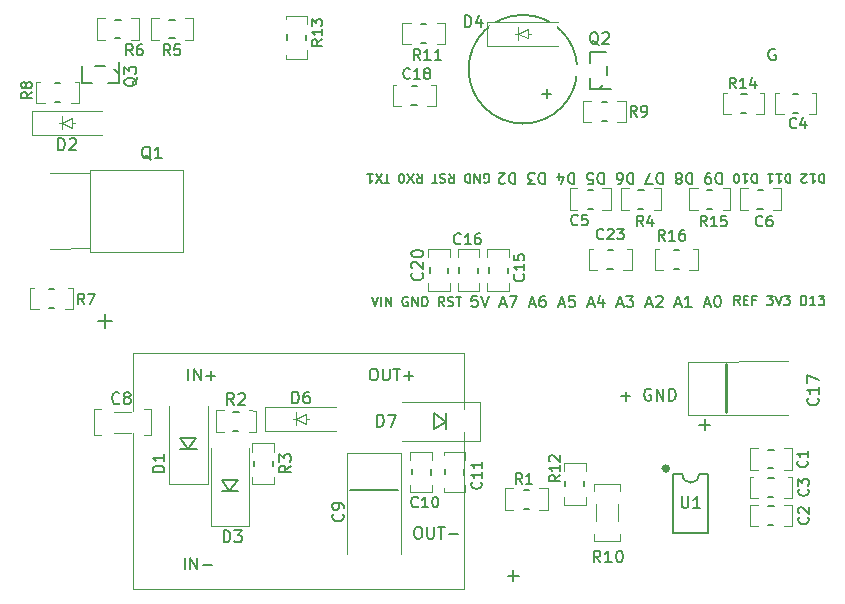
<source format=gto>
G04 #@! TF.GenerationSoftware,KiCad,Pcbnew,(5.1.10)-1*
G04 #@! TF.CreationDate,2021-11-25T14:37:56-05:00*
G04 #@! TF.ProjectId,pid_smt_oven,7069645f-736d-4745-9f6f-76656e2e6b69,rev?*
G04 #@! TF.SameCoordinates,Original*
G04 #@! TF.FileFunction,Legend,Top*
G04 #@! TF.FilePolarity,Positive*
%FSLAX46Y46*%
G04 Gerber Fmt 4.6, Leading zero omitted, Abs format (unit mm)*
G04 Created by KiCad (PCBNEW (5.1.10)-1) date 2021-11-25 14:37:56*
%MOMM*%
%LPD*%
G01*
G04 APERTURE LIST*
%ADD10C,0.150000*%
%ADD11C,0.180000*%
%ADD12C,0.120000*%
%ADD13C,0.250000*%
%ADD14C,0.100000*%
%ADD15C,0.200000*%
%ADD16C,0.300000*%
%ADD17O,2.200000X2.300000*%
%ADD18O,2.200000X2.700000*%
%ADD19O,2.300000X2.300000*%
%ADD20O,2.100000X2.100000*%
%ADD21C,2.100000*%
%ADD22C,2.300000*%
%ADD23O,3.500000X4.100000*%
G04 APERTURE END LIST*
D10*
X65161904Y-8500000D02*
X65066666Y-8452380D01*
X64923809Y-8452380D01*
X64780952Y-8500000D01*
X64685714Y-8595238D01*
X64638095Y-8690476D01*
X64590476Y-8880952D01*
X64590476Y-9023809D01*
X64638095Y-9214285D01*
X64685714Y-9309523D01*
X64780952Y-9404761D01*
X64923809Y-9452380D01*
X65019047Y-9452380D01*
X65161904Y-9404761D01*
X65209523Y-9357142D01*
X65209523Y-9023809D01*
X65019047Y-9023809D01*
X52114285Y-37871428D02*
X52876190Y-37871428D01*
X52495238Y-38252380D02*
X52495238Y-37490476D01*
X54638095Y-37300000D02*
X54542857Y-37252380D01*
X54400000Y-37252380D01*
X54257142Y-37300000D01*
X54161904Y-37395238D01*
X54114285Y-37490476D01*
X54066666Y-37680952D01*
X54066666Y-37823809D01*
X54114285Y-38014285D01*
X54161904Y-38109523D01*
X54257142Y-38204761D01*
X54400000Y-38252380D01*
X54495238Y-38252380D01*
X54638095Y-38204761D01*
X54685714Y-38157142D01*
X54685714Y-37823809D01*
X54495238Y-37823809D01*
X55114285Y-38252380D02*
X55114285Y-37252380D01*
X55685714Y-38252380D01*
X55685714Y-37252380D01*
X56161904Y-38252380D02*
X56161904Y-37252380D01*
X56400000Y-37252380D01*
X56542857Y-37300000D01*
X56638095Y-37395238D01*
X56685714Y-37490476D01*
X56733333Y-37680952D01*
X56733333Y-37823809D01*
X56685714Y-38014285D01*
X56638095Y-38109523D01*
X56542857Y-38204761D01*
X56400000Y-38252380D01*
X56161904Y-38252380D01*
X42542857Y-53085714D02*
X43457142Y-53085714D01*
X43000000Y-53542857D02*
X43000000Y-52628571D01*
D11*
X7790476Y-31514285D02*
X9009523Y-31514285D01*
X8400000Y-32123809D02*
X8400000Y-30904761D01*
D12*
G04 #@! TO.C,C8*
X10611252Y-41010000D02*
X9188748Y-41010000D01*
X10611252Y-39190000D02*
X9188748Y-39190000D01*
X11700000Y-41200000D02*
X12300000Y-41200000D01*
X12300000Y-41200000D02*
X12300000Y-39000000D01*
X12300000Y-39000000D02*
X11700000Y-39000000D01*
X7500000Y-41200000D02*
X8100000Y-41200000D01*
X8100000Y-39000000D02*
X7500000Y-39000000D01*
X7500000Y-41200000D02*
X7500000Y-39000000D01*
G04 #@! TO.C,R10*
X51810000Y-47038748D02*
X51810000Y-48461252D01*
X49990000Y-47038748D02*
X49990000Y-48461252D01*
X52000000Y-45950000D02*
X52000000Y-45350000D01*
X52000000Y-45350000D02*
X49800000Y-45350000D01*
X49800000Y-45350000D02*
X49800000Y-45950000D01*
X52000000Y-50150000D02*
X52000000Y-49550000D01*
X49800000Y-49550000D02*
X49800000Y-50150000D01*
X52000000Y-50150000D02*
X49800000Y-50150000D01*
G04 #@! TO.C,C17*
X66250000Y-34940000D02*
X57800000Y-34950000D01*
X57800000Y-34950000D02*
X57800000Y-39470000D01*
X57800000Y-39470000D02*
X66250000Y-39460000D01*
D13*
X61000000Y-35200000D02*
X61000000Y-39200000D01*
D10*
G04 #@! TO.C,R15*
X59372936Y-20400000D02*
X59827064Y-20400000D01*
X59350000Y-22000000D02*
X59804128Y-22000000D01*
D12*
X58600000Y-20280000D02*
X57880000Y-20280000D01*
X57880000Y-20300000D02*
X57880000Y-22100000D01*
X57880000Y-22120000D02*
X58600000Y-22120000D01*
X61320000Y-20300000D02*
X60700000Y-20280000D01*
X61320000Y-22120000D02*
X60700000Y-22120000D01*
X61320000Y-20300000D02*
X61320000Y-22100000D01*
D10*
G04 #@! TO.C,R14*
X62727064Y-13900000D02*
X62272936Y-13900000D01*
X62750000Y-12300000D02*
X62295872Y-12300000D01*
D12*
X63500000Y-14020000D02*
X64220000Y-14020000D01*
X64220000Y-14000000D02*
X64220000Y-12200000D01*
X64220000Y-12180000D02*
X63500000Y-12180000D01*
X60780000Y-14000000D02*
X61400000Y-14020000D01*
X60780000Y-12180000D02*
X61400000Y-12180000D01*
X60780000Y-14000000D02*
X60780000Y-12200000D01*
D10*
G04 #@! TO.C,R4*
X53572936Y-20400000D02*
X54027064Y-20400000D01*
X53550000Y-22000000D02*
X54004128Y-22000000D01*
D12*
X52800000Y-20280000D02*
X52080000Y-20280000D01*
X52080000Y-20300000D02*
X52080000Y-22100000D01*
X52080000Y-22120000D02*
X52800000Y-22120000D01*
X55520000Y-20300000D02*
X54900000Y-20280000D01*
X55520000Y-22120000D02*
X54900000Y-22120000D01*
X55520000Y-20300000D02*
X55520000Y-22100000D01*
D10*
G04 #@! TO.C,C6*
X63672936Y-20400000D02*
X64127064Y-20400000D01*
X63650000Y-22000000D02*
X64104128Y-22000000D01*
D12*
X62900000Y-20280000D02*
X62180000Y-20280000D01*
X62180000Y-20300000D02*
X62180000Y-22100000D01*
X62180000Y-22120000D02*
X62900000Y-22120000D01*
X65620000Y-20300000D02*
X65000000Y-20280000D01*
X65620000Y-22120000D02*
X65000000Y-22120000D01*
X65620000Y-20300000D02*
X65620000Y-22100000D01*
D10*
G04 #@! TO.C,C5*
X49727064Y-22000000D02*
X49272936Y-22000000D01*
X49750000Y-20400000D02*
X49295872Y-20400000D01*
D12*
X50500000Y-22120000D02*
X51220000Y-22120000D01*
X51220000Y-22100000D02*
X51220000Y-20300000D01*
X51220000Y-20280000D02*
X50500000Y-20280000D01*
X47780000Y-22100000D02*
X48400000Y-22120000D01*
X47780000Y-20280000D02*
X48400000Y-20280000D01*
X47780000Y-22100000D02*
X47780000Y-20300000D01*
D10*
G04 #@! TO.C,C4*
X66672936Y-12300000D02*
X67127064Y-12300000D01*
X66650000Y-13900000D02*
X67104128Y-13900000D01*
D12*
X65900000Y-12180000D02*
X65180000Y-12180000D01*
X65180000Y-12200000D02*
X65180000Y-14000000D01*
X65180000Y-14020000D02*
X65900000Y-14020000D01*
X68620000Y-12200000D02*
X68000000Y-12180000D01*
X68620000Y-14020000D02*
X68000000Y-14020000D01*
X68620000Y-12200000D02*
X68620000Y-14000000D01*
D10*
G04 #@! TO.C,LS1*
X48400000Y-10200000D02*
G75*
G03*
X48400000Y-10200000I-4600000J0D01*
G01*
D12*
G04 #@! TO.C,D6*
X28000000Y-38800000D02*
X22000000Y-38800000D01*
X22000000Y-38800000D02*
X22000000Y-40800000D01*
X22000000Y-40800000D02*
X28000000Y-40800000D01*
D14*
X25450000Y-39400000D02*
X25450000Y-40200000D01*
X24600000Y-39800000D02*
X24600000Y-40350000D01*
X24300000Y-39800000D02*
X24600000Y-39800000D01*
X24600000Y-39800000D02*
X25450000Y-39400000D01*
X24600000Y-39800000D02*
X24600000Y-39250000D01*
X25500000Y-39800000D02*
X25700000Y-39800000D01*
X25450000Y-40200000D02*
X24600000Y-39800000D01*
D10*
G04 #@! TO.C,R2*
X19272936Y-39200000D02*
X19727064Y-39200000D01*
X19250000Y-40800000D02*
X19704128Y-40800000D01*
D12*
X18500000Y-39080000D02*
X17780000Y-39080000D01*
X17780000Y-39100000D02*
X17780000Y-40900000D01*
X17780000Y-40920000D02*
X18500000Y-40920000D01*
X21220000Y-39100000D02*
X20600000Y-39080000D01*
X21220000Y-40920000D02*
X20600000Y-40920000D01*
X21220000Y-39100000D02*
X21220000Y-40900000D01*
D10*
G04 #@! TO.C,R3*
X22600000Y-43372936D02*
X22600000Y-43827064D01*
X21000000Y-43350000D02*
X21000000Y-43804128D01*
D12*
X22720000Y-42600000D02*
X22720000Y-41880000D01*
X22700000Y-41880000D02*
X20900000Y-41880000D01*
X20880000Y-41880000D02*
X20880000Y-42600000D01*
X22700000Y-45320000D02*
X22720000Y-44700000D01*
X20880000Y-45320000D02*
X20880000Y-44700000D01*
X22700000Y-45320000D02*
X20900000Y-45320000D01*
D10*
G04 #@! TO.C,Q2*
X50600000Y-11500000D02*
X50250000Y-11850000D01*
X50900000Y-10700000D02*
X50900000Y-9900000D01*
X49450000Y-8750000D02*
X50850000Y-8750000D01*
X49440000Y-11880000D02*
X51250000Y-11880000D01*
X49440000Y-11880000D02*
X49440000Y-10950000D01*
X49450000Y-8750000D02*
X49450000Y-9650000D01*
G04 #@! TO.C,C11*
X38800000Y-44072936D02*
X38800000Y-44527064D01*
X37200000Y-44050000D02*
X37200000Y-44504128D01*
D12*
X38920000Y-43300000D02*
X38920000Y-42580000D01*
X38900000Y-42580000D02*
X37100000Y-42580000D01*
X37080000Y-42580000D02*
X37080000Y-43300000D01*
X38900000Y-46020000D02*
X38920000Y-45400000D01*
X37080000Y-46020000D02*
X37080000Y-45400000D01*
X38900000Y-46020000D02*
X37100000Y-46020000D01*
D10*
G04 #@! TO.C,C10*
X36000000Y-44072936D02*
X36000000Y-44527064D01*
X34400000Y-44050000D02*
X34400000Y-44504128D01*
D12*
X36120000Y-43300000D02*
X36120000Y-42580000D01*
X36100000Y-42580000D02*
X34300000Y-42580000D01*
X34280000Y-42580000D02*
X34280000Y-43300000D01*
X36100000Y-46020000D02*
X36120000Y-45400000D01*
X34280000Y-46020000D02*
X34280000Y-45400000D01*
X36100000Y-46020000D02*
X34300000Y-46020000D01*
D10*
G04 #@! TO.C,D7*
X37250560Y-40700000D02*
X37250000Y-39300000D01*
X37250000Y-40050000D02*
X36298820Y-40700000D01*
X37250000Y-40050000D02*
X36300000Y-39350000D01*
D12*
X40200000Y-41650000D02*
X33600000Y-41650000D01*
X40200000Y-38350000D02*
X33600000Y-38350000D01*
D10*
X36300000Y-39350000D02*
X36298820Y-40700000D01*
D12*
X40200000Y-41650000D02*
X40200000Y-38350000D01*
D10*
G04 #@! TO.C,D3*
X18300000Y-45950560D02*
X19700000Y-45950000D01*
X18950000Y-45950000D02*
X18300000Y-44998820D01*
X18950000Y-45950000D02*
X19650000Y-45000000D01*
D12*
X17350000Y-48900000D02*
X17350000Y-42300000D01*
X20650000Y-48900000D02*
X20650000Y-42300000D01*
D10*
X19650000Y-45000000D02*
X18300000Y-44998820D01*
D12*
X17350000Y-48900000D02*
X20650000Y-48900000D01*
G04 #@! TO.C,a1*
X38800000Y-34200000D02*
X38800000Y-54200000D01*
X10800000Y-34200000D02*
X38800000Y-34200000D01*
X10800000Y-54200000D02*
X10800000Y-34200000D01*
X10800000Y-54200000D02*
X38800000Y-54200000D01*
D10*
G04 #@! TO.C,D1*
X14800000Y-42350560D02*
X16200000Y-42350000D01*
X15450000Y-42350000D02*
X14800000Y-41398820D01*
X15450000Y-42350000D02*
X16150000Y-41400000D01*
D12*
X13850000Y-45300000D02*
X13850000Y-38700000D01*
X17150000Y-45300000D02*
X17150000Y-38700000D01*
D10*
X16150000Y-41400000D02*
X14800000Y-41398820D01*
D12*
X13850000Y-45300000D02*
X17150000Y-45300000D01*
D10*
G04 #@! TO.C,Q3*
X6450000Y-11350000D02*
X7350000Y-11350000D01*
X9580000Y-11360000D02*
X8650000Y-11360000D01*
X9580000Y-11360000D02*
X9580000Y-9550000D01*
X6450000Y-11350000D02*
X6450000Y-9950000D01*
X8400000Y-9900000D02*
X7600000Y-9900000D01*
X9200000Y-10200000D02*
X9550000Y-10550000D01*
D12*
G04 #@! TO.C,D4*
X46800000Y-6200000D02*
X40800000Y-6200000D01*
X40800000Y-6200000D02*
X40800000Y-8200000D01*
X40800000Y-8200000D02*
X46800000Y-8200000D01*
D14*
X44250000Y-6800000D02*
X44250000Y-7600000D01*
X43400000Y-7200000D02*
X43400000Y-7750000D01*
X43100000Y-7200000D02*
X43400000Y-7200000D01*
X43400000Y-7200000D02*
X44250000Y-6800000D01*
X43400000Y-7200000D02*
X43400000Y-6650000D01*
X44300000Y-7200000D02*
X44500000Y-7200000D01*
X44250000Y-7600000D02*
X43400000Y-7200000D01*
D12*
G04 #@! TO.C,D2*
X8200000Y-13750000D02*
X2200000Y-13750000D01*
X2200000Y-13750000D02*
X2200000Y-15750000D01*
X2200000Y-15750000D02*
X8200000Y-15750000D01*
D14*
X5650000Y-14350000D02*
X5650000Y-15150000D01*
X4800000Y-14750000D02*
X4800000Y-15300000D01*
X4500000Y-14750000D02*
X4800000Y-14750000D01*
X4800000Y-14750000D02*
X5650000Y-14350000D01*
X4800000Y-14750000D02*
X4800000Y-14200000D01*
X5700000Y-14750000D02*
X5900000Y-14750000D01*
X5650000Y-15150000D02*
X4800000Y-14750000D01*
D12*
G04 #@! TO.C,C9*
X33460000Y-51250000D02*
X33460000Y-42700000D01*
X33450000Y-42700000D02*
X28930000Y-42700000D01*
X28930000Y-42700000D02*
X28940000Y-51250000D01*
D15*
X33200000Y-45800000D02*
X29200000Y-45800000D01*
D10*
G04 #@! TO.C,R7*
X3672936Y-28800000D02*
X4127064Y-28800000D01*
X3650000Y-30400000D02*
X4104128Y-30400000D01*
D12*
X2800000Y-28700000D02*
X2100000Y-28700000D01*
X2100000Y-28700000D02*
X2100000Y-30500000D01*
X2100000Y-30500000D02*
X2800000Y-30500000D01*
X5700000Y-28700000D02*
X5000000Y-28700000D01*
X5700000Y-30500000D02*
X5000000Y-30500000D01*
X5700000Y-28700000D02*
X5700000Y-30500000D01*
D10*
G04 #@! TO.C,C20*
X35900000Y-27427064D02*
X35900000Y-26972936D01*
X37500000Y-27450000D02*
X37500000Y-26995872D01*
D12*
X35800000Y-28300000D02*
X35800000Y-29000000D01*
X35800000Y-29000000D02*
X37600000Y-29000000D01*
X37600000Y-29000000D02*
X37600000Y-28300000D01*
X35800000Y-25400000D02*
X35800000Y-26100000D01*
X37600000Y-25400000D02*
X37600000Y-26100000D01*
X35800000Y-25400000D02*
X37600000Y-25400000D01*
D10*
G04 #@! TO.C,R16*
X57027064Y-27100000D02*
X56572936Y-27100000D01*
X57050000Y-25500000D02*
X56595872Y-25500000D01*
D12*
X57900000Y-27200000D02*
X58600000Y-27200000D01*
X58600000Y-27200000D02*
X58600000Y-25400000D01*
X58600000Y-25400000D02*
X57900000Y-25400000D01*
X55000000Y-27200000D02*
X55700000Y-27200000D01*
X55000000Y-25400000D02*
X55700000Y-25400000D01*
X55000000Y-27200000D02*
X55000000Y-25400000D01*
D10*
G04 #@! TO.C,R13*
X25400000Y-7272936D02*
X25400000Y-7727064D01*
X23800000Y-7250000D02*
X23800000Y-7704128D01*
D12*
X25500000Y-6400000D02*
X25500000Y-5700000D01*
X25500000Y-5700000D02*
X23700000Y-5700000D01*
X23700000Y-5700000D02*
X23700000Y-6400000D01*
X25500000Y-9300000D02*
X25500000Y-8600000D01*
X23700000Y-9300000D02*
X23700000Y-8600000D01*
X25500000Y-9300000D02*
X23700000Y-9300000D01*
D10*
G04 #@! TO.C,R12*
X49000000Y-45072936D02*
X49000000Y-45527064D01*
X47400000Y-45050000D02*
X47400000Y-45504128D01*
D12*
X49100000Y-44200000D02*
X49100000Y-43500000D01*
X49100000Y-43500000D02*
X47300000Y-43500000D01*
X47300000Y-43500000D02*
X47300000Y-44200000D01*
X49100000Y-47100000D02*
X49100000Y-46400000D01*
X47300000Y-47100000D02*
X47300000Y-46400000D01*
X49100000Y-47100000D02*
X47300000Y-47100000D01*
D10*
G04 #@! TO.C,R11*
X35172936Y-6400000D02*
X35627064Y-6400000D01*
X35150000Y-8000000D02*
X35604128Y-8000000D01*
D12*
X34300000Y-6300000D02*
X33600000Y-6300000D01*
X33600000Y-6300000D02*
X33600000Y-8100000D01*
X33600000Y-8100000D02*
X34300000Y-8100000D01*
X37200000Y-6300000D02*
X36500000Y-6300000D01*
X37200000Y-8100000D02*
X36500000Y-8100000D01*
X37200000Y-6300000D02*
X37200000Y-8100000D01*
D10*
G04 #@! TO.C,R9*
X50927064Y-14600000D02*
X50472936Y-14600000D01*
X50950000Y-13000000D02*
X50495872Y-13000000D01*
D12*
X51800000Y-14700000D02*
X52500000Y-14700000D01*
X52500000Y-14700000D02*
X52500000Y-12900000D01*
X52500000Y-12900000D02*
X51800000Y-12900000D01*
X48900000Y-14700000D02*
X49600000Y-14700000D01*
X48900000Y-12900000D02*
X49600000Y-12900000D01*
X48900000Y-14700000D02*
X48900000Y-12900000D01*
D10*
G04 #@! TO.C,R8*
X4172936Y-11350000D02*
X4627064Y-11350000D01*
X4150000Y-12950000D02*
X4604128Y-12950000D01*
D12*
X3300000Y-11250000D02*
X2600000Y-11250000D01*
X2600000Y-11250000D02*
X2600000Y-13050000D01*
X2600000Y-13050000D02*
X3300000Y-13050000D01*
X6200000Y-11250000D02*
X5500000Y-11250000D01*
X6200000Y-13050000D02*
X5500000Y-13050000D01*
X6200000Y-11250000D02*
X6200000Y-13050000D01*
D10*
G04 #@! TO.C,R6*
X9727064Y-7600000D02*
X9272936Y-7600000D01*
X9750000Y-6000000D02*
X9295872Y-6000000D01*
D12*
X10600000Y-7700000D02*
X11300000Y-7700000D01*
X11300000Y-7700000D02*
X11300000Y-5900000D01*
X11300000Y-5900000D02*
X10600000Y-5900000D01*
X7700000Y-7700000D02*
X8400000Y-7700000D01*
X7700000Y-5900000D02*
X8400000Y-5900000D01*
X7700000Y-7700000D02*
X7700000Y-5900000D01*
D10*
G04 #@! TO.C,R5*
X13872936Y-6000000D02*
X14327064Y-6000000D01*
X13850000Y-7600000D02*
X14304128Y-7600000D01*
D12*
X13000000Y-5900000D02*
X12300000Y-5900000D01*
X12300000Y-5900000D02*
X12300000Y-7700000D01*
X12300000Y-7700000D02*
X13000000Y-7700000D01*
X15900000Y-5900000D02*
X15200000Y-5900000D01*
X15900000Y-7700000D02*
X15200000Y-7700000D01*
X15900000Y-5900000D02*
X15900000Y-7700000D01*
D10*
G04 #@! TO.C,R1*
X44327064Y-47400000D02*
X43872936Y-47400000D01*
X44350000Y-45800000D02*
X43895872Y-45800000D01*
D12*
X45200000Y-47500000D02*
X45900000Y-47500000D01*
X45900000Y-47500000D02*
X45900000Y-45700000D01*
X45900000Y-45700000D02*
X45200000Y-45700000D01*
X42300000Y-47500000D02*
X43000000Y-47500000D01*
X42300000Y-45700000D02*
X43000000Y-45700000D01*
X42300000Y-47500000D02*
X42300000Y-45700000D01*
D10*
G04 #@! TO.C,C23*
X50972936Y-25500000D02*
X51427064Y-25500000D01*
X50950000Y-27100000D02*
X51404128Y-27100000D01*
D12*
X50100000Y-25400000D02*
X49400000Y-25400000D01*
X49400000Y-25400000D02*
X49400000Y-27200000D01*
X49400000Y-27200000D02*
X50100000Y-27200000D01*
X53000000Y-25400000D02*
X52300000Y-25400000D01*
X53000000Y-27200000D02*
X52300000Y-27200000D01*
X53000000Y-25400000D02*
X53000000Y-27200000D01*
D10*
G04 #@! TO.C,C18*
X34372936Y-11600000D02*
X34827064Y-11600000D01*
X34350000Y-13200000D02*
X34804128Y-13200000D01*
D12*
X33500000Y-11500000D02*
X32800000Y-11500000D01*
X32800000Y-11500000D02*
X32800000Y-13300000D01*
X32800000Y-13300000D02*
X33500000Y-13300000D01*
X36400000Y-11500000D02*
X35700000Y-11500000D01*
X36400000Y-13300000D02*
X35700000Y-13300000D01*
X36400000Y-11500000D02*
X36400000Y-13300000D01*
D10*
G04 #@! TO.C,C16*
X38400000Y-27427064D02*
X38400000Y-26972936D01*
X40000000Y-27450000D02*
X40000000Y-26995872D01*
D12*
X38300000Y-28300000D02*
X38300000Y-29000000D01*
X38300000Y-29000000D02*
X40100000Y-29000000D01*
X40100000Y-29000000D02*
X40100000Y-28300000D01*
X38300000Y-25400000D02*
X38300000Y-26100000D01*
X40100000Y-25400000D02*
X40100000Y-26100000D01*
X38300000Y-25400000D02*
X40100000Y-25400000D01*
D10*
G04 #@! TO.C,C15*
X40900000Y-27427064D02*
X40900000Y-26972936D01*
X42500000Y-27450000D02*
X42500000Y-26995872D01*
D12*
X40800000Y-28300000D02*
X40800000Y-29000000D01*
X40800000Y-29000000D02*
X42600000Y-29000000D01*
X42600000Y-29000000D02*
X42600000Y-28300000D01*
X40800000Y-25400000D02*
X40800000Y-26100000D01*
X42600000Y-25400000D02*
X42600000Y-26100000D01*
X40800000Y-25400000D02*
X42600000Y-25400000D01*
D10*
G04 #@! TO.C,C3*
X64572936Y-44800000D02*
X65027064Y-44800000D01*
X64550000Y-46400000D02*
X65004128Y-46400000D01*
D12*
X63700000Y-44700000D02*
X63000000Y-44700000D01*
X63000000Y-44700000D02*
X63000000Y-46500000D01*
X63000000Y-46500000D02*
X63700000Y-46500000D01*
X66600000Y-44700000D02*
X65900000Y-44700000D01*
X66600000Y-46500000D02*
X65900000Y-46500000D01*
X66600000Y-44700000D02*
X66600000Y-46500000D01*
D10*
G04 #@! TO.C,C2*
X64572936Y-47200000D02*
X65027064Y-47200000D01*
X64550000Y-48800000D02*
X65004128Y-48800000D01*
D12*
X63700000Y-47100000D02*
X63000000Y-47100000D01*
X63000000Y-47100000D02*
X63000000Y-48900000D01*
X63000000Y-48900000D02*
X63700000Y-48900000D01*
X66600000Y-47100000D02*
X65900000Y-47100000D01*
X66600000Y-48900000D02*
X65900000Y-48900000D01*
X66600000Y-47100000D02*
X66600000Y-48900000D01*
D10*
G04 #@! TO.C,C1*
X64572936Y-42400000D02*
X65027064Y-42400000D01*
X64550000Y-44000000D02*
X65004128Y-44000000D01*
D12*
X63700000Y-42300000D02*
X63000000Y-42300000D01*
X63000000Y-42300000D02*
X63000000Y-44100000D01*
X63000000Y-44100000D02*
X63700000Y-44100000D01*
X66600000Y-42300000D02*
X65900000Y-42300000D01*
X66600000Y-44100000D02*
X65900000Y-44100000D01*
X66600000Y-42300000D02*
X66600000Y-44100000D01*
G04 #@! TO.C,Q1*
X15050000Y-18750000D02*
X15050000Y-25650000D01*
X7130000Y-19020000D02*
X7130000Y-25380000D01*
X15050000Y-18750000D02*
X7130000Y-18750000D01*
X7130000Y-18750000D02*
X7130000Y-19020000D01*
X7130000Y-19020000D02*
X3800000Y-19020000D01*
X15050000Y-25650000D02*
X7130000Y-25650000D01*
X7130000Y-25650000D02*
X7130000Y-25380000D01*
X7130000Y-25380000D02*
X3800000Y-25400000D01*
D16*
G04 #@! TO.C,U1*
X56000000Y-44000000D02*
G75*
G03*
X56000000Y-44000000I-100000J0D01*
G01*
D10*
X56500000Y-44500000D02*
X57300000Y-44500000D01*
X59500000Y-44500000D02*
X59500000Y-49500000D01*
X56500000Y-44500000D02*
X56500000Y-49500000D01*
X59500000Y-49500000D02*
X56500000Y-49500000D01*
X58700000Y-44500000D02*
X59500000Y-44500000D01*
D16*
X56100000Y-44000000D02*
G75*
G03*
X56100000Y-44000000I-200000J0D01*
G01*
D10*
X58700000Y-44500000D02*
G75*
G02*
X57300000Y-44500000I-700000J0D01*
G01*
G04 #@! TO.C,a2*
X40517142Y-19790000D02*
X40591428Y-19827142D01*
X40702857Y-19827142D01*
X40814285Y-19790000D01*
X40888571Y-19715714D01*
X40925714Y-19641428D01*
X40962857Y-19492857D01*
X40962857Y-19381428D01*
X40925714Y-19232857D01*
X40888571Y-19158571D01*
X40814285Y-19084285D01*
X40702857Y-19047142D01*
X40628571Y-19047142D01*
X40517142Y-19084285D01*
X40480000Y-19121428D01*
X40480000Y-19381428D01*
X40628571Y-19381428D01*
X40145714Y-19047142D02*
X40145714Y-19827142D01*
X39700000Y-19047142D01*
X39700000Y-19827142D01*
X39328571Y-19047142D02*
X39328571Y-19827142D01*
X39142857Y-19827142D01*
X39031428Y-19790000D01*
X38957142Y-19715714D01*
X38920000Y-19641428D01*
X38882857Y-19492857D01*
X38882857Y-19381428D01*
X38920000Y-19232857D01*
X38957142Y-19158571D01*
X39031428Y-19084285D01*
X39142857Y-19047142D01*
X39328571Y-19047142D01*
X37508571Y-19047142D02*
X37768571Y-19418571D01*
X37954285Y-19047142D02*
X37954285Y-19827142D01*
X37657142Y-19827142D01*
X37582857Y-19790000D01*
X37545714Y-19752857D01*
X37508571Y-19678571D01*
X37508571Y-19567142D01*
X37545714Y-19492857D01*
X37582857Y-19455714D01*
X37657142Y-19418571D01*
X37954285Y-19418571D01*
X37211428Y-19084285D02*
X37100000Y-19047142D01*
X36914285Y-19047142D01*
X36840000Y-19084285D01*
X36802857Y-19121428D01*
X36765714Y-19195714D01*
X36765714Y-19270000D01*
X36802857Y-19344285D01*
X36840000Y-19381428D01*
X36914285Y-19418571D01*
X37062857Y-19455714D01*
X37137142Y-19492857D01*
X37174285Y-19530000D01*
X37211428Y-19604285D01*
X37211428Y-19678571D01*
X37174285Y-19752857D01*
X37137142Y-19790000D01*
X37062857Y-19827142D01*
X36877142Y-19827142D01*
X36765714Y-19790000D01*
X36542857Y-19827142D02*
X36097142Y-19827142D01*
X36320000Y-19047142D02*
X36320000Y-19827142D01*
X34797142Y-19047142D02*
X35057142Y-19418571D01*
X35242857Y-19047142D02*
X35242857Y-19827142D01*
X34945714Y-19827142D01*
X34871428Y-19790000D01*
X34834285Y-19752857D01*
X34797142Y-19678571D01*
X34797142Y-19567142D01*
X34834285Y-19492857D01*
X34871428Y-19455714D01*
X34945714Y-19418571D01*
X35242857Y-19418571D01*
X34537142Y-19827142D02*
X34017142Y-19047142D01*
X34017142Y-19827142D02*
X34537142Y-19047142D01*
X33571428Y-19827142D02*
X33497142Y-19827142D01*
X33422857Y-19790000D01*
X33385714Y-19752857D01*
X33348571Y-19678571D01*
X33311428Y-19530000D01*
X33311428Y-19344285D01*
X33348571Y-19195714D01*
X33385714Y-19121428D01*
X33422857Y-19084285D01*
X33497142Y-19047142D01*
X33571428Y-19047142D01*
X33645714Y-19084285D01*
X33682857Y-19121428D01*
X33720000Y-19195714D01*
X33757142Y-19344285D01*
X33757142Y-19530000D01*
X33720000Y-19678571D01*
X33682857Y-19752857D01*
X33645714Y-19790000D01*
X33571428Y-19827142D01*
X32494285Y-19827142D02*
X32048571Y-19827142D01*
X32271428Y-19047142D02*
X32271428Y-19827142D01*
X31862857Y-19827142D02*
X31342857Y-19047142D01*
X31342857Y-19827142D02*
X31862857Y-19047142D01*
X30637142Y-19047142D02*
X31082857Y-19047142D01*
X30860000Y-19047142D02*
X30860000Y-19827142D01*
X30934285Y-19715714D01*
X31008571Y-19641428D01*
X31082857Y-19604285D01*
X31009523Y-29461904D02*
X31276190Y-30261904D01*
X31542857Y-29461904D01*
X31809523Y-30261904D02*
X31809523Y-29461904D01*
X32190476Y-30261904D02*
X32190476Y-29461904D01*
X32647619Y-30261904D01*
X32647619Y-29461904D01*
X34057142Y-29500000D02*
X33980952Y-29461904D01*
X33866666Y-29461904D01*
X33752380Y-29500000D01*
X33676190Y-29576190D01*
X33638095Y-29652380D01*
X33600000Y-29804761D01*
X33600000Y-29919047D01*
X33638095Y-30071428D01*
X33676190Y-30147619D01*
X33752380Y-30223809D01*
X33866666Y-30261904D01*
X33942857Y-30261904D01*
X34057142Y-30223809D01*
X34095238Y-30185714D01*
X34095238Y-29919047D01*
X33942857Y-29919047D01*
X34438095Y-30261904D02*
X34438095Y-29461904D01*
X34895238Y-30261904D01*
X34895238Y-29461904D01*
X35276190Y-30261904D02*
X35276190Y-29461904D01*
X35466666Y-29461904D01*
X35580952Y-29500000D01*
X35657142Y-29576190D01*
X35695238Y-29652380D01*
X35733333Y-29804761D01*
X35733333Y-29919047D01*
X35695238Y-30071428D01*
X35657142Y-30147619D01*
X35580952Y-30223809D01*
X35466666Y-30261904D01*
X35276190Y-30261904D01*
X37142857Y-30261904D02*
X36876190Y-29880952D01*
X36685714Y-30261904D02*
X36685714Y-29461904D01*
X36990476Y-29461904D01*
X37066666Y-29500000D01*
X37104761Y-29538095D01*
X37142857Y-29614285D01*
X37142857Y-29728571D01*
X37104761Y-29804761D01*
X37066666Y-29842857D01*
X36990476Y-29880952D01*
X36685714Y-29880952D01*
X37447619Y-30223809D02*
X37561904Y-30261904D01*
X37752380Y-30261904D01*
X37828571Y-30223809D01*
X37866666Y-30185714D01*
X37904761Y-30109523D01*
X37904761Y-30033333D01*
X37866666Y-29957142D01*
X37828571Y-29919047D01*
X37752380Y-29880952D01*
X37600000Y-29842857D01*
X37523809Y-29804761D01*
X37485714Y-29766666D01*
X37447619Y-29690476D01*
X37447619Y-29614285D01*
X37485714Y-29538095D01*
X37523809Y-29500000D01*
X37600000Y-29461904D01*
X37790476Y-29461904D01*
X37904761Y-29500000D01*
X38133333Y-29461904D02*
X38590476Y-29461904D01*
X38361904Y-30261904D02*
X38361904Y-29461904D01*
X39942857Y-29374285D02*
X39485714Y-29374285D01*
X39439999Y-29831428D01*
X39485714Y-29785714D01*
X39577142Y-29740000D01*
X39805714Y-29740000D01*
X39897142Y-29785714D01*
X39942857Y-29831428D01*
X39988571Y-29922857D01*
X39988571Y-30151428D01*
X39942857Y-30242857D01*
X39897142Y-30288571D01*
X39805714Y-30334285D01*
X39577142Y-30334285D01*
X39485714Y-30288571D01*
X39439999Y-30242857D01*
X40262857Y-29374285D02*
X40582857Y-30334285D01*
X40902857Y-29374285D01*
X41908571Y-30060000D02*
X42365714Y-30060000D01*
X41817142Y-30334285D02*
X42137142Y-29374285D01*
X42457142Y-30334285D01*
X42685714Y-29374285D02*
X43325714Y-29374285D01*
X42914285Y-30334285D01*
X44377142Y-30060000D02*
X44834285Y-30060000D01*
X44285714Y-30334285D02*
X44605714Y-29374285D01*
X44925714Y-30334285D01*
X45657142Y-29374285D02*
X45474285Y-29374285D01*
X45382857Y-29420000D01*
X45337142Y-29465714D01*
X45245714Y-29602857D01*
X45199999Y-29785714D01*
X45199999Y-30151428D01*
X45245714Y-30242857D01*
X45291428Y-30288571D01*
X45382857Y-30334285D01*
X45565714Y-30334285D01*
X45657142Y-30288571D01*
X45702857Y-30242857D01*
X45748571Y-30151428D01*
X45748571Y-29922857D01*
X45702857Y-29831428D01*
X45657142Y-29785714D01*
X45565714Y-29740000D01*
X45382857Y-29740000D01*
X45291428Y-29785714D01*
X45245714Y-29831428D01*
X45199999Y-29922857D01*
X46845714Y-30060000D02*
X47302857Y-30060000D01*
X46754285Y-30334285D02*
X47074285Y-29374285D01*
X47394285Y-30334285D01*
X48171428Y-29374285D02*
X47714285Y-29374285D01*
X47668571Y-29831428D01*
X47714285Y-29785714D01*
X47805714Y-29740000D01*
X48034285Y-29740000D01*
X48125714Y-29785714D01*
X48171428Y-29831428D01*
X48217142Y-29922857D01*
X48217142Y-30151428D01*
X48171428Y-30242857D01*
X48125714Y-30288571D01*
X48034285Y-30334285D01*
X47805714Y-30334285D01*
X47714285Y-30288571D01*
X47668571Y-30242857D01*
X49314285Y-30060000D02*
X49771428Y-30060000D01*
X49222857Y-30334285D02*
X49542857Y-29374285D01*
X49862857Y-30334285D01*
X50594285Y-29694285D02*
X50594285Y-30334285D01*
X50365714Y-29328571D02*
X50137142Y-30014285D01*
X50731428Y-30014285D01*
X51782857Y-30060000D02*
X52239999Y-30060000D01*
X51691428Y-30334285D02*
X52011428Y-29374285D01*
X52331428Y-30334285D01*
X52559999Y-29374285D02*
X53154285Y-29374285D01*
X52834285Y-29740000D01*
X52971428Y-29740000D01*
X53062857Y-29785714D01*
X53108571Y-29831428D01*
X53154285Y-29922857D01*
X53154285Y-30151428D01*
X53108571Y-30242857D01*
X53062857Y-30288571D01*
X52971428Y-30334285D01*
X52697142Y-30334285D01*
X52605714Y-30288571D01*
X52559999Y-30242857D01*
X54251428Y-30060000D02*
X54708571Y-30060000D01*
X54159999Y-30334285D02*
X54479999Y-29374285D01*
X54799999Y-30334285D01*
X55074285Y-29465714D02*
X55119999Y-29420000D01*
X55211428Y-29374285D01*
X55439999Y-29374285D01*
X55531428Y-29420000D01*
X55577142Y-29465714D01*
X55622857Y-29557142D01*
X55622857Y-29648571D01*
X55577142Y-29785714D01*
X55028571Y-30334285D01*
X55622857Y-30334285D01*
X56719999Y-30060000D02*
X57177142Y-30060000D01*
X56628571Y-30334285D02*
X56948571Y-29374285D01*
X57268571Y-30334285D01*
X58091428Y-30334285D02*
X57542857Y-30334285D01*
X57817142Y-30334285D02*
X57817142Y-29374285D01*
X57725714Y-29511428D01*
X57634285Y-29602857D01*
X57542857Y-29648571D01*
X59188571Y-30060000D02*
X59645714Y-30060000D01*
X59097142Y-30334285D02*
X59417142Y-29374285D01*
X59737142Y-30334285D01*
X60239999Y-29374285D02*
X60331428Y-29374285D01*
X60422857Y-29420000D01*
X60468571Y-29465714D01*
X60514285Y-29557142D01*
X60559999Y-29740000D01*
X60559999Y-29968571D01*
X60514285Y-30151428D01*
X60468571Y-30242857D01*
X60422857Y-30288571D01*
X60331428Y-30334285D01*
X60239999Y-30334285D01*
X60148571Y-30288571D01*
X60102857Y-30242857D01*
X60057142Y-30151428D01*
X60011428Y-29968571D01*
X60011428Y-29740000D01*
X60057142Y-29557142D01*
X60102857Y-29465714D01*
X60148571Y-29420000D01*
X60239999Y-29374285D01*
X62166666Y-30161904D02*
X61900000Y-29780952D01*
X61709523Y-30161904D02*
X61709523Y-29361904D01*
X62014285Y-29361904D01*
X62090476Y-29400000D01*
X62128571Y-29438095D01*
X62166666Y-29514285D01*
X62166666Y-29628571D01*
X62128571Y-29704761D01*
X62090476Y-29742857D01*
X62014285Y-29780952D01*
X61709523Y-29780952D01*
X62509523Y-29742857D02*
X62776190Y-29742857D01*
X62890476Y-30161904D02*
X62509523Y-30161904D01*
X62509523Y-29361904D01*
X62890476Y-29361904D01*
X63500000Y-29742857D02*
X63233333Y-29742857D01*
X63233333Y-30161904D02*
X63233333Y-29361904D01*
X63614285Y-29361904D01*
X64452380Y-29361904D02*
X64947619Y-29361904D01*
X64680952Y-29666666D01*
X64795238Y-29666666D01*
X64871428Y-29704761D01*
X64909523Y-29742857D01*
X64947619Y-29819047D01*
X64947619Y-30009523D01*
X64909523Y-30085714D01*
X64871428Y-30123809D01*
X64795238Y-30161904D01*
X64566666Y-30161904D01*
X64490476Y-30123809D01*
X64452380Y-30085714D01*
X65176190Y-29361904D02*
X65442857Y-30161904D01*
X65709523Y-29361904D01*
X65900000Y-29361904D02*
X66395238Y-29361904D01*
X66128571Y-29666666D01*
X66242857Y-29666666D01*
X66319047Y-29704761D01*
X66357142Y-29742857D01*
X66395238Y-29819047D01*
X66395238Y-30009523D01*
X66357142Y-30085714D01*
X66319047Y-30123809D01*
X66242857Y-30161904D01*
X66014285Y-30161904D01*
X65938095Y-30123809D01*
X65900000Y-30085714D01*
X67347619Y-30161904D02*
X67347619Y-29361904D01*
X67538095Y-29361904D01*
X67652380Y-29400000D01*
X67728571Y-29476190D01*
X67766666Y-29552380D01*
X67804761Y-29704761D01*
X67804761Y-29819047D01*
X67766666Y-29971428D01*
X67728571Y-30047619D01*
X67652380Y-30123809D01*
X67538095Y-30161904D01*
X67347619Y-30161904D01*
X68566666Y-30161904D02*
X68109523Y-30161904D01*
X68338095Y-30161904D02*
X68338095Y-29361904D01*
X68261904Y-29476190D01*
X68185714Y-29552380D01*
X68109523Y-29590476D01*
X68833333Y-29361904D02*
X69328571Y-29361904D01*
X69061904Y-29666666D01*
X69176190Y-29666666D01*
X69252380Y-29704761D01*
X69290476Y-29742857D01*
X69328571Y-29819047D01*
X69328571Y-30009523D01*
X69290476Y-30085714D01*
X69252380Y-30123809D01*
X69176190Y-30161904D01*
X68947619Y-30161904D01*
X68871428Y-30123809D01*
X68833333Y-30085714D01*
X69307142Y-19047142D02*
X69307142Y-19827142D01*
X69121428Y-19827142D01*
X69010000Y-19790000D01*
X68935714Y-19715714D01*
X68898571Y-19641428D01*
X68861428Y-19492857D01*
X68861428Y-19381428D01*
X68898571Y-19232857D01*
X68935714Y-19158571D01*
X69010000Y-19084285D01*
X69121428Y-19047142D01*
X69307142Y-19047142D01*
X68118571Y-19047142D02*
X68564285Y-19047142D01*
X68341428Y-19047142D02*
X68341428Y-19827142D01*
X68415714Y-19715714D01*
X68490000Y-19641428D01*
X68564285Y-19604285D01*
X67821428Y-19752857D02*
X67784285Y-19790000D01*
X67710000Y-19827142D01*
X67524285Y-19827142D01*
X67450000Y-19790000D01*
X67412857Y-19752857D01*
X67375714Y-19678571D01*
X67375714Y-19604285D01*
X67412857Y-19492857D01*
X67858571Y-19047142D01*
X67375714Y-19047142D01*
X66447142Y-19047142D02*
X66447142Y-19827142D01*
X66261428Y-19827142D01*
X66150000Y-19790000D01*
X66075714Y-19715714D01*
X66038571Y-19641428D01*
X66001428Y-19492857D01*
X66001428Y-19381428D01*
X66038571Y-19232857D01*
X66075714Y-19158571D01*
X66150000Y-19084285D01*
X66261428Y-19047142D01*
X66447142Y-19047142D01*
X65258571Y-19047142D02*
X65704285Y-19047142D01*
X65481428Y-19047142D02*
X65481428Y-19827142D01*
X65555714Y-19715714D01*
X65630000Y-19641428D01*
X65704285Y-19604285D01*
X64515714Y-19047142D02*
X64961428Y-19047142D01*
X64738571Y-19047142D02*
X64738571Y-19827142D01*
X64812857Y-19715714D01*
X64887142Y-19641428D01*
X64961428Y-19604285D01*
X63587142Y-19047142D02*
X63587142Y-19827142D01*
X63401428Y-19827142D01*
X63290000Y-19790000D01*
X63215714Y-19715714D01*
X63178571Y-19641428D01*
X63141428Y-19492857D01*
X63141428Y-19381428D01*
X63178571Y-19232857D01*
X63215714Y-19158571D01*
X63290000Y-19084285D01*
X63401428Y-19047142D01*
X63587142Y-19047142D01*
X62398571Y-19047142D02*
X62844285Y-19047142D01*
X62621428Y-19047142D02*
X62621428Y-19827142D01*
X62695714Y-19715714D01*
X62770000Y-19641428D01*
X62844285Y-19604285D01*
X61915714Y-19827142D02*
X61841428Y-19827142D01*
X61767142Y-19790000D01*
X61730000Y-19752857D01*
X61692857Y-19678571D01*
X61655714Y-19530000D01*
X61655714Y-19344285D01*
X61692857Y-19195714D01*
X61730000Y-19121428D01*
X61767142Y-19084285D01*
X61841428Y-19047142D01*
X61915714Y-19047142D01*
X61990000Y-19084285D01*
X62027142Y-19121428D01*
X62064285Y-19195714D01*
X62101428Y-19344285D01*
X62101428Y-19530000D01*
X62064285Y-19678571D01*
X62027142Y-19752857D01*
X61990000Y-19790000D01*
X61915714Y-19827142D01*
X60619047Y-18983809D02*
X60619047Y-19903809D01*
X60400000Y-19903809D01*
X60268571Y-19860000D01*
X60180952Y-19772380D01*
X60137142Y-19684761D01*
X60093333Y-19509523D01*
X60093333Y-19378095D01*
X60137142Y-19202857D01*
X60180952Y-19115238D01*
X60268571Y-19027619D01*
X60400000Y-18983809D01*
X60619047Y-18983809D01*
X59655238Y-18983809D02*
X59480000Y-18983809D01*
X59392380Y-19027619D01*
X59348571Y-19071428D01*
X59260952Y-19202857D01*
X59217142Y-19378095D01*
X59217142Y-19728571D01*
X59260952Y-19816190D01*
X59304761Y-19860000D01*
X59392380Y-19903809D01*
X59567619Y-19903809D01*
X59655238Y-19860000D01*
X59699047Y-19816190D01*
X59742857Y-19728571D01*
X59742857Y-19509523D01*
X59699047Y-19421904D01*
X59655238Y-19378095D01*
X59567619Y-19334285D01*
X59392380Y-19334285D01*
X59304761Y-19378095D01*
X59260952Y-19421904D01*
X59217142Y-19509523D01*
X58121904Y-18983809D02*
X58121904Y-19903809D01*
X57902857Y-19903809D01*
X57771428Y-19860000D01*
X57683809Y-19772380D01*
X57640000Y-19684761D01*
X57596190Y-19509523D01*
X57596190Y-19378095D01*
X57640000Y-19202857D01*
X57683809Y-19115238D01*
X57771428Y-19027619D01*
X57902857Y-18983809D01*
X58121904Y-18983809D01*
X57070476Y-19509523D02*
X57158095Y-19553333D01*
X57201904Y-19597142D01*
X57245714Y-19684761D01*
X57245714Y-19728571D01*
X57201904Y-19816190D01*
X57158095Y-19860000D01*
X57070476Y-19903809D01*
X56895238Y-19903809D01*
X56807619Y-19860000D01*
X56763809Y-19816190D01*
X56720000Y-19728571D01*
X56720000Y-19684761D01*
X56763809Y-19597142D01*
X56807619Y-19553333D01*
X56895238Y-19509523D01*
X57070476Y-19509523D01*
X57158095Y-19465714D01*
X57201904Y-19421904D01*
X57245714Y-19334285D01*
X57245714Y-19159047D01*
X57201904Y-19071428D01*
X57158095Y-19027619D01*
X57070476Y-18983809D01*
X56895238Y-18983809D01*
X56807619Y-19027619D01*
X56763809Y-19071428D01*
X56720000Y-19159047D01*
X56720000Y-19334285D01*
X56763809Y-19421904D01*
X56807619Y-19465714D01*
X56895238Y-19509523D01*
X55624761Y-18983809D02*
X55624761Y-19903809D01*
X55405714Y-19903809D01*
X55274285Y-19860000D01*
X55186666Y-19772380D01*
X55142857Y-19684761D01*
X55099047Y-19509523D01*
X55099047Y-19378095D01*
X55142857Y-19202857D01*
X55186666Y-19115238D01*
X55274285Y-19027619D01*
X55405714Y-18983809D01*
X55624761Y-18983809D01*
X54792380Y-19903809D02*
X54179047Y-19903809D01*
X54573333Y-18983809D01*
X53127619Y-18983809D02*
X53127619Y-19903809D01*
X52908571Y-19903809D01*
X52777142Y-19860000D01*
X52689523Y-19772380D01*
X52645714Y-19684761D01*
X52601904Y-19509523D01*
X52601904Y-19378095D01*
X52645714Y-19202857D01*
X52689523Y-19115238D01*
X52777142Y-19027619D01*
X52908571Y-18983809D01*
X53127619Y-18983809D01*
X51813333Y-19903809D02*
X51988571Y-19903809D01*
X52076190Y-19860000D01*
X52120000Y-19816190D01*
X52207619Y-19684761D01*
X52251428Y-19509523D01*
X52251428Y-19159047D01*
X52207619Y-19071428D01*
X52163809Y-19027619D01*
X52076190Y-18983809D01*
X51900952Y-18983809D01*
X51813333Y-19027619D01*
X51769523Y-19071428D01*
X51725714Y-19159047D01*
X51725714Y-19378095D01*
X51769523Y-19465714D01*
X51813333Y-19509523D01*
X51900952Y-19553333D01*
X52076190Y-19553333D01*
X52163809Y-19509523D01*
X52207619Y-19465714D01*
X52251428Y-19378095D01*
X50630476Y-18983809D02*
X50630476Y-19903809D01*
X50411428Y-19903809D01*
X50280000Y-19860000D01*
X50192380Y-19772380D01*
X50148571Y-19684761D01*
X50104761Y-19509523D01*
X50104761Y-19378095D01*
X50148571Y-19202857D01*
X50192380Y-19115238D01*
X50280000Y-19027619D01*
X50411428Y-18983809D01*
X50630476Y-18983809D01*
X49272380Y-19903809D02*
X49710476Y-19903809D01*
X49754285Y-19465714D01*
X49710476Y-19509523D01*
X49622857Y-19553333D01*
X49403809Y-19553333D01*
X49316190Y-19509523D01*
X49272380Y-19465714D01*
X49228571Y-19378095D01*
X49228571Y-19159047D01*
X49272380Y-19071428D01*
X49316190Y-19027619D01*
X49403809Y-18983809D01*
X49622857Y-18983809D01*
X49710476Y-19027619D01*
X49754285Y-19071428D01*
X48133333Y-18983809D02*
X48133333Y-19903809D01*
X47914285Y-19903809D01*
X47782857Y-19860000D01*
X47695238Y-19772380D01*
X47651428Y-19684761D01*
X47607619Y-19509523D01*
X47607619Y-19378095D01*
X47651428Y-19202857D01*
X47695238Y-19115238D01*
X47782857Y-19027619D01*
X47914285Y-18983809D01*
X48133333Y-18983809D01*
X46819047Y-19597142D02*
X46819047Y-18983809D01*
X47038095Y-19947619D02*
X47257142Y-19290476D01*
X46687619Y-19290476D01*
X45636190Y-18983809D02*
X45636190Y-19903809D01*
X45417142Y-19903809D01*
X45285714Y-19860000D01*
X45198095Y-19772380D01*
X45154285Y-19684761D01*
X45110476Y-19509523D01*
X45110476Y-19378095D01*
X45154285Y-19202857D01*
X45198095Y-19115238D01*
X45285714Y-19027619D01*
X45417142Y-18983809D01*
X45636190Y-18983809D01*
X44803809Y-19903809D02*
X44234285Y-19903809D01*
X44540952Y-19553333D01*
X44409523Y-19553333D01*
X44321904Y-19509523D01*
X44278095Y-19465714D01*
X44234285Y-19378095D01*
X44234285Y-19159047D01*
X44278095Y-19071428D01*
X44321904Y-19027619D01*
X44409523Y-18983809D01*
X44672380Y-18983809D01*
X44760000Y-19027619D01*
X44803809Y-19071428D01*
X43139047Y-18983809D02*
X43139047Y-19903809D01*
X42920000Y-19903809D01*
X42788571Y-19860000D01*
X42700952Y-19772380D01*
X42657142Y-19684761D01*
X42613333Y-19509523D01*
X42613333Y-19378095D01*
X42657142Y-19202857D01*
X42700952Y-19115238D01*
X42788571Y-19027619D01*
X42920000Y-18983809D01*
X43139047Y-18983809D01*
X42262857Y-19816190D02*
X42219047Y-19860000D01*
X42131428Y-19903809D01*
X41912380Y-19903809D01*
X41824761Y-19860000D01*
X41780952Y-19816190D01*
X41737142Y-19728571D01*
X41737142Y-19640952D01*
X41780952Y-19509523D01*
X42306666Y-18983809D01*
X41737142Y-18983809D01*
G04 #@! TO.C,C8*
X9633333Y-38457142D02*
X9585714Y-38504761D01*
X9442857Y-38552380D01*
X9347619Y-38552380D01*
X9204761Y-38504761D01*
X9109523Y-38409523D01*
X9061904Y-38314285D01*
X9014285Y-38123809D01*
X9014285Y-37980952D01*
X9061904Y-37790476D01*
X9109523Y-37695238D01*
X9204761Y-37600000D01*
X9347619Y-37552380D01*
X9442857Y-37552380D01*
X9585714Y-37600000D01*
X9633333Y-37647619D01*
X10204761Y-37980952D02*
X10109523Y-37933333D01*
X10061904Y-37885714D01*
X10014285Y-37790476D01*
X10014285Y-37742857D01*
X10061904Y-37647619D01*
X10109523Y-37600000D01*
X10204761Y-37552380D01*
X10395238Y-37552380D01*
X10490476Y-37600000D01*
X10538095Y-37647619D01*
X10585714Y-37742857D01*
X10585714Y-37790476D01*
X10538095Y-37885714D01*
X10490476Y-37933333D01*
X10395238Y-37980952D01*
X10204761Y-37980952D01*
X10109523Y-38028571D01*
X10061904Y-38076190D01*
X10014285Y-38171428D01*
X10014285Y-38361904D01*
X10061904Y-38457142D01*
X10109523Y-38504761D01*
X10204761Y-38552380D01*
X10395238Y-38552380D01*
X10490476Y-38504761D01*
X10538095Y-38457142D01*
X10585714Y-38361904D01*
X10585714Y-38171428D01*
X10538095Y-38076190D01*
X10490476Y-38028571D01*
X10395238Y-37980952D01*
G04 #@! TO.C,R10*
X50357142Y-51952380D02*
X50023809Y-51476190D01*
X49785714Y-51952380D02*
X49785714Y-50952380D01*
X50166666Y-50952380D01*
X50261904Y-51000000D01*
X50309523Y-51047619D01*
X50357142Y-51142857D01*
X50357142Y-51285714D01*
X50309523Y-51380952D01*
X50261904Y-51428571D01*
X50166666Y-51476190D01*
X49785714Y-51476190D01*
X51309523Y-51952380D02*
X50738095Y-51952380D01*
X51023809Y-51952380D02*
X51023809Y-50952380D01*
X50928571Y-51095238D01*
X50833333Y-51190476D01*
X50738095Y-51238095D01*
X51928571Y-50952380D02*
X52023809Y-50952380D01*
X52119047Y-51000000D01*
X52166666Y-51047619D01*
X52214285Y-51142857D01*
X52261904Y-51333333D01*
X52261904Y-51571428D01*
X52214285Y-51761904D01*
X52166666Y-51857142D01*
X52119047Y-51904761D01*
X52023809Y-51952380D01*
X51928571Y-51952380D01*
X51833333Y-51904761D01*
X51785714Y-51857142D01*
X51738095Y-51761904D01*
X51690476Y-51571428D01*
X51690476Y-51333333D01*
X51738095Y-51142857D01*
X51785714Y-51047619D01*
X51833333Y-51000000D01*
X51928571Y-50952380D01*
G04 #@! TO.C,C17*
X68757142Y-38042857D02*
X68804761Y-38090476D01*
X68852380Y-38233333D01*
X68852380Y-38328571D01*
X68804761Y-38471428D01*
X68709523Y-38566666D01*
X68614285Y-38614285D01*
X68423809Y-38661904D01*
X68280952Y-38661904D01*
X68090476Y-38614285D01*
X67995238Y-38566666D01*
X67900000Y-38471428D01*
X67852380Y-38328571D01*
X67852380Y-38233333D01*
X67900000Y-38090476D01*
X67947619Y-38042857D01*
X68852380Y-37090476D02*
X68852380Y-37661904D01*
X68852380Y-37376190D02*
X67852380Y-37376190D01*
X67995238Y-37471428D01*
X68090476Y-37566666D01*
X68138095Y-37661904D01*
X67852380Y-36757142D02*
X67852380Y-36090476D01*
X68852380Y-36519047D01*
X58742857Y-40285714D02*
X59657142Y-40285714D01*
X59200000Y-40742857D02*
X59200000Y-39828571D01*
G04 #@! TO.C,R15*
X59351428Y-23507142D02*
X59051428Y-23078571D01*
X58837142Y-23507142D02*
X58837142Y-22607142D01*
X59180000Y-22607142D01*
X59265714Y-22650000D01*
X59308571Y-22692857D01*
X59351428Y-22778571D01*
X59351428Y-22907142D01*
X59308571Y-22992857D01*
X59265714Y-23035714D01*
X59180000Y-23078571D01*
X58837142Y-23078571D01*
X60208571Y-23507142D02*
X59694285Y-23507142D01*
X59951428Y-23507142D02*
X59951428Y-22607142D01*
X59865714Y-22735714D01*
X59780000Y-22821428D01*
X59694285Y-22864285D01*
X61022857Y-22607142D02*
X60594285Y-22607142D01*
X60551428Y-23035714D01*
X60594285Y-22992857D01*
X60680000Y-22950000D01*
X60894285Y-22950000D01*
X60980000Y-22992857D01*
X61022857Y-23035714D01*
X61065714Y-23121428D01*
X61065714Y-23335714D01*
X61022857Y-23421428D01*
X60980000Y-23464285D01*
X60894285Y-23507142D01*
X60680000Y-23507142D01*
X60594285Y-23464285D01*
X60551428Y-23421428D01*
G04 #@! TO.C,R14*
X61821428Y-11807142D02*
X61521428Y-11378571D01*
X61307142Y-11807142D02*
X61307142Y-10907142D01*
X61650000Y-10907142D01*
X61735714Y-10950000D01*
X61778571Y-10992857D01*
X61821428Y-11078571D01*
X61821428Y-11207142D01*
X61778571Y-11292857D01*
X61735714Y-11335714D01*
X61650000Y-11378571D01*
X61307142Y-11378571D01*
X62678571Y-11807142D02*
X62164285Y-11807142D01*
X62421428Y-11807142D02*
X62421428Y-10907142D01*
X62335714Y-11035714D01*
X62250000Y-11121428D01*
X62164285Y-11164285D01*
X63450000Y-11207142D02*
X63450000Y-11807142D01*
X63235714Y-10864285D02*
X63021428Y-11507142D01*
X63578571Y-11507142D01*
G04 #@! TO.C,R4*
X53980000Y-23507142D02*
X53680000Y-23078571D01*
X53465714Y-23507142D02*
X53465714Y-22607142D01*
X53808571Y-22607142D01*
X53894285Y-22650000D01*
X53937142Y-22692857D01*
X53980000Y-22778571D01*
X53980000Y-22907142D01*
X53937142Y-22992857D01*
X53894285Y-23035714D01*
X53808571Y-23078571D01*
X53465714Y-23078571D01*
X54751428Y-22907142D02*
X54751428Y-23507142D01*
X54537142Y-22564285D02*
X54322857Y-23207142D01*
X54880000Y-23207142D01*
G04 #@! TO.C,C6*
X64080000Y-23421428D02*
X64037142Y-23464285D01*
X63908571Y-23507142D01*
X63822857Y-23507142D01*
X63694285Y-23464285D01*
X63608571Y-23378571D01*
X63565714Y-23292857D01*
X63522857Y-23121428D01*
X63522857Y-22992857D01*
X63565714Y-22821428D01*
X63608571Y-22735714D01*
X63694285Y-22650000D01*
X63822857Y-22607142D01*
X63908571Y-22607142D01*
X64037142Y-22650000D01*
X64080000Y-22692857D01*
X64851428Y-22607142D02*
X64680000Y-22607142D01*
X64594285Y-22650000D01*
X64551428Y-22692857D01*
X64465714Y-22821428D01*
X64422857Y-22992857D01*
X64422857Y-23335714D01*
X64465714Y-23421428D01*
X64508571Y-23464285D01*
X64594285Y-23507142D01*
X64765714Y-23507142D01*
X64851428Y-23464285D01*
X64894285Y-23421428D01*
X64937142Y-23335714D01*
X64937142Y-23121428D01*
X64894285Y-23035714D01*
X64851428Y-22992857D01*
X64765714Y-22950000D01*
X64594285Y-22950000D01*
X64508571Y-22992857D01*
X64465714Y-23035714D01*
X64422857Y-23121428D01*
G04 #@! TO.C,C5*
X48450000Y-23321428D02*
X48407142Y-23364285D01*
X48278571Y-23407142D01*
X48192857Y-23407142D01*
X48064285Y-23364285D01*
X47978571Y-23278571D01*
X47935714Y-23192857D01*
X47892857Y-23021428D01*
X47892857Y-22892857D01*
X47935714Y-22721428D01*
X47978571Y-22635714D01*
X48064285Y-22550000D01*
X48192857Y-22507142D01*
X48278571Y-22507142D01*
X48407142Y-22550000D01*
X48450000Y-22592857D01*
X49264285Y-22507142D02*
X48835714Y-22507142D01*
X48792857Y-22935714D01*
X48835714Y-22892857D01*
X48921428Y-22850000D01*
X49135714Y-22850000D01*
X49221428Y-22892857D01*
X49264285Y-22935714D01*
X49307142Y-23021428D01*
X49307142Y-23235714D01*
X49264285Y-23321428D01*
X49221428Y-23364285D01*
X49135714Y-23407142D01*
X48921428Y-23407142D01*
X48835714Y-23364285D01*
X48792857Y-23321428D01*
G04 #@! TO.C,C4*
X66950000Y-15121428D02*
X66907142Y-15164285D01*
X66778571Y-15207142D01*
X66692857Y-15207142D01*
X66564285Y-15164285D01*
X66478571Y-15078571D01*
X66435714Y-14992857D01*
X66392857Y-14821428D01*
X66392857Y-14692857D01*
X66435714Y-14521428D01*
X66478571Y-14435714D01*
X66564285Y-14350000D01*
X66692857Y-14307142D01*
X66778571Y-14307142D01*
X66907142Y-14350000D01*
X66950000Y-14392857D01*
X67721428Y-14607142D02*
X67721428Y-15207142D01*
X67507142Y-14264285D02*
X67292857Y-14907142D01*
X67850000Y-14907142D01*
G04 #@! TO.C,LS1*
X45419047Y-12271428D02*
X46180952Y-12271428D01*
X45800000Y-12652380D02*
X45800000Y-11890476D01*
G04 #@! TO.C,D6*
X24261904Y-38502380D02*
X24261904Y-37502380D01*
X24500000Y-37502380D01*
X24642857Y-37550000D01*
X24738095Y-37645238D01*
X24785714Y-37740476D01*
X24833333Y-37930952D01*
X24833333Y-38073809D01*
X24785714Y-38264285D01*
X24738095Y-38359523D01*
X24642857Y-38454761D01*
X24500000Y-38502380D01*
X24261904Y-38502380D01*
X25690476Y-37502380D02*
X25500000Y-37502380D01*
X25404761Y-37550000D01*
X25357142Y-37597619D01*
X25261904Y-37740476D01*
X25214285Y-37930952D01*
X25214285Y-38311904D01*
X25261904Y-38407142D01*
X25309523Y-38454761D01*
X25404761Y-38502380D01*
X25595238Y-38502380D01*
X25690476Y-38454761D01*
X25738095Y-38407142D01*
X25785714Y-38311904D01*
X25785714Y-38073809D01*
X25738095Y-37978571D01*
X25690476Y-37930952D01*
X25595238Y-37883333D01*
X25404761Y-37883333D01*
X25309523Y-37930952D01*
X25261904Y-37978571D01*
X25214285Y-38073809D01*
G04 #@! TO.C,R2*
X19333333Y-38632380D02*
X19000000Y-38156190D01*
X18761904Y-38632380D02*
X18761904Y-37632380D01*
X19142857Y-37632380D01*
X19238095Y-37680000D01*
X19285714Y-37727619D01*
X19333333Y-37822857D01*
X19333333Y-37965714D01*
X19285714Y-38060952D01*
X19238095Y-38108571D01*
X19142857Y-38156190D01*
X18761904Y-38156190D01*
X19714285Y-37727619D02*
X19761904Y-37680000D01*
X19857142Y-37632380D01*
X20095238Y-37632380D01*
X20190476Y-37680000D01*
X20238095Y-37727619D01*
X20285714Y-37822857D01*
X20285714Y-37918095D01*
X20238095Y-38060952D01*
X19666666Y-38632380D01*
X20285714Y-38632380D01*
G04 #@! TO.C,R3*
X24152380Y-43766666D02*
X23676190Y-44100000D01*
X24152380Y-44338095D02*
X23152380Y-44338095D01*
X23152380Y-43957142D01*
X23200000Y-43861904D01*
X23247619Y-43814285D01*
X23342857Y-43766666D01*
X23485714Y-43766666D01*
X23580952Y-43814285D01*
X23628571Y-43861904D01*
X23676190Y-43957142D01*
X23676190Y-44338095D01*
X23152380Y-43433333D02*
X23152380Y-42814285D01*
X23533333Y-43147619D01*
X23533333Y-43004761D01*
X23580952Y-42909523D01*
X23628571Y-42861904D01*
X23723809Y-42814285D01*
X23961904Y-42814285D01*
X24057142Y-42861904D01*
X24104761Y-42909523D01*
X24152380Y-43004761D01*
X24152380Y-43290476D01*
X24104761Y-43385714D01*
X24057142Y-43433333D01*
G04 #@! TO.C,Q2*
X50204761Y-8147619D02*
X50109523Y-8100000D01*
X50014285Y-8004761D01*
X49871428Y-7861904D01*
X49776190Y-7814285D01*
X49680952Y-7814285D01*
X49728571Y-8052380D02*
X49633333Y-8004761D01*
X49538095Y-7909523D01*
X49490476Y-7719047D01*
X49490476Y-7385714D01*
X49538095Y-7195238D01*
X49633333Y-7100000D01*
X49728571Y-7052380D01*
X49919047Y-7052380D01*
X50014285Y-7100000D01*
X50109523Y-7195238D01*
X50157142Y-7385714D01*
X50157142Y-7719047D01*
X50109523Y-7909523D01*
X50014285Y-8004761D01*
X49919047Y-8052380D01*
X49728571Y-8052380D01*
X50538095Y-7147619D02*
X50585714Y-7100000D01*
X50680952Y-7052380D01*
X50919047Y-7052380D01*
X51014285Y-7100000D01*
X51061904Y-7147619D01*
X51109523Y-7242857D01*
X51109523Y-7338095D01*
X51061904Y-7480952D01*
X50490476Y-8052380D01*
X51109523Y-8052380D01*
G04 #@! TO.C,C11*
X40221428Y-45178571D02*
X40264285Y-45221428D01*
X40307142Y-45350000D01*
X40307142Y-45435714D01*
X40264285Y-45564285D01*
X40178571Y-45650000D01*
X40092857Y-45692857D01*
X39921428Y-45735714D01*
X39792857Y-45735714D01*
X39621428Y-45692857D01*
X39535714Y-45650000D01*
X39450000Y-45564285D01*
X39407142Y-45435714D01*
X39407142Y-45350000D01*
X39450000Y-45221428D01*
X39492857Y-45178571D01*
X40307142Y-44321428D02*
X40307142Y-44835714D01*
X40307142Y-44578571D02*
X39407142Y-44578571D01*
X39535714Y-44664285D01*
X39621428Y-44750000D01*
X39664285Y-44835714D01*
X40307142Y-43464285D02*
X40307142Y-43978571D01*
X40307142Y-43721428D02*
X39407142Y-43721428D01*
X39535714Y-43807142D01*
X39621428Y-43892857D01*
X39664285Y-43978571D01*
G04 #@! TO.C,C10*
X34921428Y-47221428D02*
X34878571Y-47264285D01*
X34750000Y-47307142D01*
X34664285Y-47307142D01*
X34535714Y-47264285D01*
X34450000Y-47178571D01*
X34407142Y-47092857D01*
X34364285Y-46921428D01*
X34364285Y-46792857D01*
X34407142Y-46621428D01*
X34450000Y-46535714D01*
X34535714Y-46450000D01*
X34664285Y-46407142D01*
X34750000Y-46407142D01*
X34878571Y-46450000D01*
X34921428Y-46492857D01*
X35778571Y-47307142D02*
X35264285Y-47307142D01*
X35521428Y-47307142D02*
X35521428Y-46407142D01*
X35435714Y-46535714D01*
X35350000Y-46621428D01*
X35264285Y-46664285D01*
X36335714Y-46407142D02*
X36421428Y-46407142D01*
X36507142Y-46450000D01*
X36550000Y-46492857D01*
X36592857Y-46578571D01*
X36635714Y-46750000D01*
X36635714Y-46964285D01*
X36592857Y-47135714D01*
X36550000Y-47221428D01*
X36507142Y-47264285D01*
X36421428Y-47307142D01*
X36335714Y-47307142D01*
X36250000Y-47264285D01*
X36207142Y-47221428D01*
X36164285Y-47135714D01*
X36121428Y-46964285D01*
X36121428Y-46750000D01*
X36164285Y-46578571D01*
X36207142Y-46492857D01*
X36250000Y-46450000D01*
X36335714Y-46407142D01*
G04 #@! TO.C,D7*
X31461904Y-40452380D02*
X31461904Y-39452380D01*
X31700000Y-39452380D01*
X31842857Y-39500000D01*
X31938095Y-39595238D01*
X31985714Y-39690476D01*
X32033333Y-39880952D01*
X32033333Y-40023809D01*
X31985714Y-40214285D01*
X31938095Y-40309523D01*
X31842857Y-40404761D01*
X31700000Y-40452380D01*
X31461904Y-40452380D01*
X32366666Y-39452380D02*
X33033333Y-39452380D01*
X32604761Y-40452380D01*
G04 #@! TO.C,D3*
X18461904Y-50252380D02*
X18461904Y-49252380D01*
X18700000Y-49252380D01*
X18842857Y-49300000D01*
X18938095Y-49395238D01*
X18985714Y-49490476D01*
X19033333Y-49680952D01*
X19033333Y-49823809D01*
X18985714Y-50014285D01*
X18938095Y-50109523D01*
X18842857Y-50204761D01*
X18700000Y-50252380D01*
X18461904Y-50252380D01*
X19366666Y-49252380D02*
X19985714Y-49252380D01*
X19652380Y-49633333D01*
X19795238Y-49633333D01*
X19890476Y-49680952D01*
X19938095Y-49728571D01*
X19985714Y-49823809D01*
X19985714Y-50061904D01*
X19938095Y-50157142D01*
X19890476Y-50204761D01*
X19795238Y-50252380D01*
X19509523Y-50252380D01*
X19414285Y-50204761D01*
X19366666Y-50157142D01*
G04 #@! TO.C,a1*
X15457142Y-36552380D02*
X15457142Y-35552380D01*
X15933333Y-36552380D02*
X15933333Y-35552380D01*
X16504761Y-36552380D01*
X16504761Y-35552380D01*
X16980952Y-36171428D02*
X17742857Y-36171428D01*
X17361904Y-36552380D02*
X17361904Y-35790476D01*
X34835833Y-48952380D02*
X35026309Y-48952380D01*
X35121547Y-49000000D01*
X35216785Y-49095238D01*
X35264404Y-49285714D01*
X35264404Y-49619047D01*
X35216785Y-49809523D01*
X35121547Y-49904761D01*
X35026309Y-49952380D01*
X34835833Y-49952380D01*
X34740595Y-49904761D01*
X34645357Y-49809523D01*
X34597738Y-49619047D01*
X34597738Y-49285714D01*
X34645357Y-49095238D01*
X34740595Y-49000000D01*
X34835833Y-48952380D01*
X35692976Y-48952380D02*
X35692976Y-49761904D01*
X35740595Y-49857142D01*
X35788214Y-49904761D01*
X35883452Y-49952380D01*
X36073928Y-49952380D01*
X36169166Y-49904761D01*
X36216785Y-49857142D01*
X36264404Y-49761904D01*
X36264404Y-48952380D01*
X36597738Y-48952380D02*
X37169166Y-48952380D01*
X36883452Y-49952380D02*
X36883452Y-48952380D01*
X37502500Y-49571428D02*
X38264404Y-49571428D01*
X15178690Y-52552380D02*
X15178690Y-51552380D01*
X15654880Y-52552380D02*
X15654880Y-51552380D01*
X16226309Y-52552380D01*
X16226309Y-51552380D01*
X16702500Y-52171428D02*
X17464404Y-52171428D01*
X31080952Y-35552380D02*
X31271428Y-35552380D01*
X31366666Y-35600000D01*
X31461904Y-35695238D01*
X31509523Y-35885714D01*
X31509523Y-36219047D01*
X31461904Y-36409523D01*
X31366666Y-36504761D01*
X31271428Y-36552380D01*
X31080952Y-36552380D01*
X30985714Y-36504761D01*
X30890476Y-36409523D01*
X30842857Y-36219047D01*
X30842857Y-35885714D01*
X30890476Y-35695238D01*
X30985714Y-35600000D01*
X31080952Y-35552380D01*
X31938095Y-35552380D02*
X31938095Y-36361904D01*
X31985714Y-36457142D01*
X32033333Y-36504761D01*
X32128571Y-36552380D01*
X32319047Y-36552380D01*
X32414285Y-36504761D01*
X32461904Y-36457142D01*
X32509523Y-36361904D01*
X32509523Y-35552380D01*
X32842857Y-35552380D02*
X33414285Y-35552380D01*
X33128571Y-36552380D02*
X33128571Y-35552380D01*
X33747619Y-36171428D02*
X34509523Y-36171428D01*
X34128571Y-36552380D02*
X34128571Y-35790476D01*
G04 #@! TO.C,D1*
X13452380Y-44338095D02*
X12452380Y-44338095D01*
X12452380Y-44100000D01*
X12500000Y-43957142D01*
X12595238Y-43861904D01*
X12690476Y-43814285D01*
X12880952Y-43766666D01*
X13023809Y-43766666D01*
X13214285Y-43814285D01*
X13309523Y-43861904D01*
X13404761Y-43957142D01*
X13452380Y-44100000D01*
X13452380Y-44338095D01*
X13452380Y-42814285D02*
X13452380Y-43385714D01*
X13452380Y-43100000D02*
X12452380Y-43100000D01*
X12595238Y-43195238D01*
X12690476Y-43290476D01*
X12738095Y-43385714D01*
G04 #@! TO.C,Q3*
X11147619Y-10895238D02*
X11100000Y-10990476D01*
X11004761Y-11085714D01*
X10861904Y-11228571D01*
X10814285Y-11323809D01*
X10814285Y-11419047D01*
X11052380Y-11371428D02*
X11004761Y-11466666D01*
X10909523Y-11561904D01*
X10719047Y-11609523D01*
X10385714Y-11609523D01*
X10195238Y-11561904D01*
X10100000Y-11466666D01*
X10052380Y-11371428D01*
X10052380Y-11180952D01*
X10100000Y-11085714D01*
X10195238Y-10990476D01*
X10385714Y-10942857D01*
X10719047Y-10942857D01*
X10909523Y-10990476D01*
X11004761Y-11085714D01*
X11052380Y-11180952D01*
X11052380Y-11371428D01*
X10052380Y-10609523D02*
X10052380Y-9990476D01*
X10433333Y-10323809D01*
X10433333Y-10180952D01*
X10480952Y-10085714D01*
X10528571Y-10038095D01*
X10623809Y-9990476D01*
X10861904Y-9990476D01*
X10957142Y-10038095D01*
X11004761Y-10085714D01*
X11052380Y-10180952D01*
X11052380Y-10466666D01*
X11004761Y-10561904D01*
X10957142Y-10609523D01*
G04 #@! TO.C,D4*
X38861904Y-6652380D02*
X38861904Y-5652380D01*
X39100000Y-5652380D01*
X39242857Y-5700000D01*
X39338095Y-5795238D01*
X39385714Y-5890476D01*
X39433333Y-6080952D01*
X39433333Y-6223809D01*
X39385714Y-6414285D01*
X39338095Y-6509523D01*
X39242857Y-6604761D01*
X39100000Y-6652380D01*
X38861904Y-6652380D01*
X40290476Y-5985714D02*
X40290476Y-6652380D01*
X40052380Y-5604761D02*
X39814285Y-6319047D01*
X40433333Y-6319047D01*
G04 #@! TO.C,D2*
X4461904Y-17052380D02*
X4461904Y-16052380D01*
X4700000Y-16052380D01*
X4842857Y-16100000D01*
X4938095Y-16195238D01*
X4985714Y-16290476D01*
X5033333Y-16480952D01*
X5033333Y-16623809D01*
X4985714Y-16814285D01*
X4938095Y-16909523D01*
X4842857Y-17004761D01*
X4700000Y-17052380D01*
X4461904Y-17052380D01*
X5414285Y-16147619D02*
X5461904Y-16100000D01*
X5557142Y-16052380D01*
X5795238Y-16052380D01*
X5890476Y-16100000D01*
X5938095Y-16147619D01*
X5985714Y-16242857D01*
X5985714Y-16338095D01*
X5938095Y-16480952D01*
X5366666Y-17052380D01*
X5985714Y-17052380D01*
G04 #@! TO.C,C9*
X28557142Y-47866666D02*
X28604761Y-47914285D01*
X28652380Y-48057142D01*
X28652380Y-48152380D01*
X28604761Y-48295238D01*
X28509523Y-48390476D01*
X28414285Y-48438095D01*
X28223809Y-48485714D01*
X28080952Y-48485714D01*
X27890476Y-48438095D01*
X27795238Y-48390476D01*
X27700000Y-48295238D01*
X27652380Y-48152380D01*
X27652380Y-48057142D01*
X27700000Y-47914285D01*
X27747619Y-47866666D01*
X28652380Y-47390476D02*
X28652380Y-47200000D01*
X28604761Y-47104761D01*
X28557142Y-47057142D01*
X28414285Y-46961904D01*
X28223809Y-46914285D01*
X27842857Y-46914285D01*
X27747619Y-46961904D01*
X27700000Y-47009523D01*
X27652380Y-47104761D01*
X27652380Y-47295238D01*
X27700000Y-47390476D01*
X27747619Y-47438095D01*
X27842857Y-47485714D01*
X28080952Y-47485714D01*
X28176190Y-47438095D01*
X28223809Y-47390476D01*
X28271428Y-47295238D01*
X28271428Y-47104761D01*
X28223809Y-47009523D01*
X28176190Y-46961904D01*
X28080952Y-46914285D01*
G04 #@! TO.C,R7*
X6650000Y-30107142D02*
X6350000Y-29678571D01*
X6135714Y-30107142D02*
X6135714Y-29207142D01*
X6478571Y-29207142D01*
X6564285Y-29250000D01*
X6607142Y-29292857D01*
X6650000Y-29378571D01*
X6650000Y-29507142D01*
X6607142Y-29592857D01*
X6564285Y-29635714D01*
X6478571Y-29678571D01*
X6135714Y-29678571D01*
X6950000Y-29207142D02*
X7550000Y-29207142D01*
X7164285Y-30107142D01*
G04 #@! TO.C,C20*
X35257142Y-27442857D02*
X35304761Y-27490476D01*
X35352380Y-27633333D01*
X35352380Y-27728571D01*
X35304761Y-27871428D01*
X35209523Y-27966666D01*
X35114285Y-28014285D01*
X34923809Y-28061904D01*
X34780952Y-28061904D01*
X34590476Y-28014285D01*
X34495238Y-27966666D01*
X34400000Y-27871428D01*
X34352380Y-27728571D01*
X34352380Y-27633333D01*
X34400000Y-27490476D01*
X34447619Y-27442857D01*
X34447619Y-27061904D02*
X34400000Y-27014285D01*
X34352380Y-26919047D01*
X34352380Y-26680952D01*
X34400000Y-26585714D01*
X34447619Y-26538095D01*
X34542857Y-26490476D01*
X34638095Y-26490476D01*
X34780952Y-26538095D01*
X35352380Y-27109523D01*
X35352380Y-26490476D01*
X34352380Y-25871428D02*
X34352380Y-25776190D01*
X34400000Y-25680952D01*
X34447619Y-25633333D01*
X34542857Y-25585714D01*
X34733333Y-25538095D01*
X34971428Y-25538095D01*
X35161904Y-25585714D01*
X35257142Y-25633333D01*
X35304761Y-25680952D01*
X35352380Y-25776190D01*
X35352380Y-25871428D01*
X35304761Y-25966666D01*
X35257142Y-26014285D01*
X35161904Y-26061904D01*
X34971428Y-26109523D01*
X34733333Y-26109523D01*
X34542857Y-26061904D01*
X34447619Y-26014285D01*
X34400000Y-25966666D01*
X34352380Y-25871428D01*
G04 #@! TO.C,R16*
X55821428Y-24707142D02*
X55521428Y-24278571D01*
X55307142Y-24707142D02*
X55307142Y-23807142D01*
X55650000Y-23807142D01*
X55735714Y-23850000D01*
X55778571Y-23892857D01*
X55821428Y-23978571D01*
X55821428Y-24107142D01*
X55778571Y-24192857D01*
X55735714Y-24235714D01*
X55650000Y-24278571D01*
X55307142Y-24278571D01*
X56678571Y-24707142D02*
X56164285Y-24707142D01*
X56421428Y-24707142D02*
X56421428Y-23807142D01*
X56335714Y-23935714D01*
X56250000Y-24021428D01*
X56164285Y-24064285D01*
X57450000Y-23807142D02*
X57278571Y-23807142D01*
X57192857Y-23850000D01*
X57150000Y-23892857D01*
X57064285Y-24021428D01*
X57021428Y-24192857D01*
X57021428Y-24535714D01*
X57064285Y-24621428D01*
X57107142Y-24664285D01*
X57192857Y-24707142D01*
X57364285Y-24707142D01*
X57450000Y-24664285D01*
X57492857Y-24621428D01*
X57535714Y-24535714D01*
X57535714Y-24321428D01*
X57492857Y-24235714D01*
X57450000Y-24192857D01*
X57364285Y-24150000D01*
X57192857Y-24150000D01*
X57107142Y-24192857D01*
X57064285Y-24235714D01*
X57021428Y-24321428D01*
G04 #@! TO.C,R13*
X26807142Y-7678571D02*
X26378571Y-7978571D01*
X26807142Y-8192857D02*
X25907142Y-8192857D01*
X25907142Y-7850000D01*
X25950000Y-7764285D01*
X25992857Y-7721428D01*
X26078571Y-7678571D01*
X26207142Y-7678571D01*
X26292857Y-7721428D01*
X26335714Y-7764285D01*
X26378571Y-7850000D01*
X26378571Y-8192857D01*
X26807142Y-6821428D02*
X26807142Y-7335714D01*
X26807142Y-7078571D02*
X25907142Y-7078571D01*
X26035714Y-7164285D01*
X26121428Y-7250000D01*
X26164285Y-7335714D01*
X25907142Y-6521428D02*
X25907142Y-5964285D01*
X26250000Y-6264285D01*
X26250000Y-6135714D01*
X26292857Y-6050000D01*
X26335714Y-6007142D01*
X26421428Y-5964285D01*
X26635714Y-5964285D01*
X26721428Y-6007142D01*
X26764285Y-6050000D01*
X26807142Y-6135714D01*
X26807142Y-6392857D01*
X26764285Y-6478571D01*
X26721428Y-6521428D01*
G04 #@! TO.C,R12*
X46907142Y-44578571D02*
X46478571Y-44878571D01*
X46907142Y-45092857D02*
X46007142Y-45092857D01*
X46007142Y-44750000D01*
X46050000Y-44664285D01*
X46092857Y-44621428D01*
X46178571Y-44578571D01*
X46307142Y-44578571D01*
X46392857Y-44621428D01*
X46435714Y-44664285D01*
X46478571Y-44750000D01*
X46478571Y-45092857D01*
X46907142Y-43721428D02*
X46907142Y-44235714D01*
X46907142Y-43978571D02*
X46007142Y-43978571D01*
X46135714Y-44064285D01*
X46221428Y-44150000D01*
X46264285Y-44235714D01*
X46092857Y-43378571D02*
X46050000Y-43335714D01*
X46007142Y-43250000D01*
X46007142Y-43035714D01*
X46050000Y-42950000D01*
X46092857Y-42907142D01*
X46178571Y-42864285D01*
X46264285Y-42864285D01*
X46392857Y-42907142D01*
X46907142Y-43421428D01*
X46907142Y-42864285D01*
G04 #@! TO.C,R11*
X35121428Y-9407142D02*
X34821428Y-8978571D01*
X34607142Y-9407142D02*
X34607142Y-8507142D01*
X34950000Y-8507142D01*
X35035714Y-8550000D01*
X35078571Y-8592857D01*
X35121428Y-8678571D01*
X35121428Y-8807142D01*
X35078571Y-8892857D01*
X35035714Y-8935714D01*
X34950000Y-8978571D01*
X34607142Y-8978571D01*
X35978571Y-9407142D02*
X35464285Y-9407142D01*
X35721428Y-9407142D02*
X35721428Y-8507142D01*
X35635714Y-8635714D01*
X35550000Y-8721428D01*
X35464285Y-8764285D01*
X36835714Y-9407142D02*
X36321428Y-9407142D01*
X36578571Y-9407142D02*
X36578571Y-8507142D01*
X36492857Y-8635714D01*
X36407142Y-8721428D01*
X36321428Y-8764285D01*
G04 #@! TO.C,R9*
X53450000Y-14207142D02*
X53150000Y-13778571D01*
X52935714Y-14207142D02*
X52935714Y-13307142D01*
X53278571Y-13307142D01*
X53364285Y-13350000D01*
X53407142Y-13392857D01*
X53450000Y-13478571D01*
X53450000Y-13607142D01*
X53407142Y-13692857D01*
X53364285Y-13735714D01*
X53278571Y-13778571D01*
X52935714Y-13778571D01*
X53878571Y-14207142D02*
X54050000Y-14207142D01*
X54135714Y-14164285D01*
X54178571Y-14121428D01*
X54264285Y-13992857D01*
X54307142Y-13821428D01*
X54307142Y-13478571D01*
X54264285Y-13392857D01*
X54221428Y-13350000D01*
X54135714Y-13307142D01*
X53964285Y-13307142D01*
X53878571Y-13350000D01*
X53835714Y-13392857D01*
X53792857Y-13478571D01*
X53792857Y-13692857D01*
X53835714Y-13778571D01*
X53878571Y-13821428D01*
X53964285Y-13864285D01*
X54135714Y-13864285D01*
X54221428Y-13821428D01*
X54264285Y-13778571D01*
X54307142Y-13692857D01*
G04 #@! TO.C,R8*
X2207142Y-12150000D02*
X1778571Y-12450000D01*
X2207142Y-12664285D02*
X1307142Y-12664285D01*
X1307142Y-12321428D01*
X1350000Y-12235714D01*
X1392857Y-12192857D01*
X1478571Y-12150000D01*
X1607142Y-12150000D01*
X1692857Y-12192857D01*
X1735714Y-12235714D01*
X1778571Y-12321428D01*
X1778571Y-12664285D01*
X1692857Y-11635714D02*
X1650000Y-11721428D01*
X1607142Y-11764285D01*
X1521428Y-11807142D01*
X1478571Y-11807142D01*
X1392857Y-11764285D01*
X1350000Y-11721428D01*
X1307142Y-11635714D01*
X1307142Y-11464285D01*
X1350000Y-11378571D01*
X1392857Y-11335714D01*
X1478571Y-11292857D01*
X1521428Y-11292857D01*
X1607142Y-11335714D01*
X1650000Y-11378571D01*
X1692857Y-11464285D01*
X1692857Y-11635714D01*
X1735714Y-11721428D01*
X1778571Y-11764285D01*
X1864285Y-11807142D01*
X2035714Y-11807142D01*
X2121428Y-11764285D01*
X2164285Y-11721428D01*
X2207142Y-11635714D01*
X2207142Y-11464285D01*
X2164285Y-11378571D01*
X2121428Y-11335714D01*
X2035714Y-11292857D01*
X1864285Y-11292857D01*
X1778571Y-11335714D01*
X1735714Y-11378571D01*
X1692857Y-11464285D01*
G04 #@! TO.C,R6*
X10750000Y-9007142D02*
X10450000Y-8578571D01*
X10235714Y-9007142D02*
X10235714Y-8107142D01*
X10578571Y-8107142D01*
X10664285Y-8150000D01*
X10707142Y-8192857D01*
X10750000Y-8278571D01*
X10750000Y-8407142D01*
X10707142Y-8492857D01*
X10664285Y-8535714D01*
X10578571Y-8578571D01*
X10235714Y-8578571D01*
X11521428Y-8107142D02*
X11350000Y-8107142D01*
X11264285Y-8150000D01*
X11221428Y-8192857D01*
X11135714Y-8321428D01*
X11092857Y-8492857D01*
X11092857Y-8835714D01*
X11135714Y-8921428D01*
X11178571Y-8964285D01*
X11264285Y-9007142D01*
X11435714Y-9007142D01*
X11521428Y-8964285D01*
X11564285Y-8921428D01*
X11607142Y-8835714D01*
X11607142Y-8621428D01*
X11564285Y-8535714D01*
X11521428Y-8492857D01*
X11435714Y-8450000D01*
X11264285Y-8450000D01*
X11178571Y-8492857D01*
X11135714Y-8535714D01*
X11092857Y-8621428D01*
G04 #@! TO.C,R5*
X13950000Y-9007142D02*
X13650000Y-8578571D01*
X13435714Y-9007142D02*
X13435714Y-8107142D01*
X13778571Y-8107142D01*
X13864285Y-8150000D01*
X13907142Y-8192857D01*
X13950000Y-8278571D01*
X13950000Y-8407142D01*
X13907142Y-8492857D01*
X13864285Y-8535714D01*
X13778571Y-8578571D01*
X13435714Y-8578571D01*
X14764285Y-8107142D02*
X14335714Y-8107142D01*
X14292857Y-8535714D01*
X14335714Y-8492857D01*
X14421428Y-8450000D01*
X14635714Y-8450000D01*
X14721428Y-8492857D01*
X14764285Y-8535714D01*
X14807142Y-8621428D01*
X14807142Y-8835714D01*
X14764285Y-8921428D01*
X14721428Y-8964285D01*
X14635714Y-9007142D01*
X14421428Y-9007142D01*
X14335714Y-8964285D01*
X14292857Y-8921428D01*
G04 #@! TO.C,R1*
X43750000Y-45307142D02*
X43450000Y-44878571D01*
X43235714Y-45307142D02*
X43235714Y-44407142D01*
X43578571Y-44407142D01*
X43664285Y-44450000D01*
X43707142Y-44492857D01*
X43750000Y-44578571D01*
X43750000Y-44707142D01*
X43707142Y-44792857D01*
X43664285Y-44835714D01*
X43578571Y-44878571D01*
X43235714Y-44878571D01*
X44607142Y-45307142D02*
X44092857Y-45307142D01*
X44350000Y-45307142D02*
X44350000Y-44407142D01*
X44264285Y-44535714D01*
X44178571Y-44621428D01*
X44092857Y-44664285D01*
G04 #@! TO.C,C23*
X50621428Y-24521428D02*
X50578571Y-24564285D01*
X50450000Y-24607142D01*
X50364285Y-24607142D01*
X50235714Y-24564285D01*
X50150000Y-24478571D01*
X50107142Y-24392857D01*
X50064285Y-24221428D01*
X50064285Y-24092857D01*
X50107142Y-23921428D01*
X50150000Y-23835714D01*
X50235714Y-23750000D01*
X50364285Y-23707142D01*
X50450000Y-23707142D01*
X50578571Y-23750000D01*
X50621428Y-23792857D01*
X50964285Y-23792857D02*
X51007142Y-23750000D01*
X51092857Y-23707142D01*
X51307142Y-23707142D01*
X51392857Y-23750000D01*
X51435714Y-23792857D01*
X51478571Y-23878571D01*
X51478571Y-23964285D01*
X51435714Y-24092857D01*
X50921428Y-24607142D01*
X51478571Y-24607142D01*
X51778571Y-23707142D02*
X52335714Y-23707142D01*
X52035714Y-24050000D01*
X52164285Y-24050000D01*
X52250000Y-24092857D01*
X52292857Y-24135714D01*
X52335714Y-24221428D01*
X52335714Y-24435714D01*
X52292857Y-24521428D01*
X52250000Y-24564285D01*
X52164285Y-24607142D01*
X51907142Y-24607142D01*
X51821428Y-24564285D01*
X51778571Y-24521428D01*
G04 #@! TO.C,C18*
X34221428Y-10921428D02*
X34178571Y-10964285D01*
X34050000Y-11007142D01*
X33964285Y-11007142D01*
X33835714Y-10964285D01*
X33750000Y-10878571D01*
X33707142Y-10792857D01*
X33664285Y-10621428D01*
X33664285Y-10492857D01*
X33707142Y-10321428D01*
X33750000Y-10235714D01*
X33835714Y-10150000D01*
X33964285Y-10107142D01*
X34050000Y-10107142D01*
X34178571Y-10150000D01*
X34221428Y-10192857D01*
X35078571Y-11007142D02*
X34564285Y-11007142D01*
X34821428Y-11007142D02*
X34821428Y-10107142D01*
X34735714Y-10235714D01*
X34650000Y-10321428D01*
X34564285Y-10364285D01*
X35592857Y-10492857D02*
X35507142Y-10450000D01*
X35464285Y-10407142D01*
X35421428Y-10321428D01*
X35421428Y-10278571D01*
X35464285Y-10192857D01*
X35507142Y-10150000D01*
X35592857Y-10107142D01*
X35764285Y-10107142D01*
X35850000Y-10150000D01*
X35892857Y-10192857D01*
X35935714Y-10278571D01*
X35935714Y-10321428D01*
X35892857Y-10407142D01*
X35850000Y-10450000D01*
X35764285Y-10492857D01*
X35592857Y-10492857D01*
X35507142Y-10535714D01*
X35464285Y-10578571D01*
X35421428Y-10664285D01*
X35421428Y-10835714D01*
X35464285Y-10921428D01*
X35507142Y-10964285D01*
X35592857Y-11007142D01*
X35764285Y-11007142D01*
X35850000Y-10964285D01*
X35892857Y-10921428D01*
X35935714Y-10835714D01*
X35935714Y-10664285D01*
X35892857Y-10578571D01*
X35850000Y-10535714D01*
X35764285Y-10492857D01*
G04 #@! TO.C,C16*
X38521428Y-24921428D02*
X38478571Y-24964285D01*
X38350000Y-25007142D01*
X38264285Y-25007142D01*
X38135714Y-24964285D01*
X38050000Y-24878571D01*
X38007142Y-24792857D01*
X37964285Y-24621428D01*
X37964285Y-24492857D01*
X38007142Y-24321428D01*
X38050000Y-24235714D01*
X38135714Y-24150000D01*
X38264285Y-24107142D01*
X38350000Y-24107142D01*
X38478571Y-24150000D01*
X38521428Y-24192857D01*
X39378571Y-25007142D02*
X38864285Y-25007142D01*
X39121428Y-25007142D02*
X39121428Y-24107142D01*
X39035714Y-24235714D01*
X38950000Y-24321428D01*
X38864285Y-24364285D01*
X40150000Y-24107142D02*
X39978571Y-24107142D01*
X39892857Y-24150000D01*
X39850000Y-24192857D01*
X39764285Y-24321428D01*
X39721428Y-24492857D01*
X39721428Y-24835714D01*
X39764285Y-24921428D01*
X39807142Y-24964285D01*
X39892857Y-25007142D01*
X40064285Y-25007142D01*
X40150000Y-24964285D01*
X40192857Y-24921428D01*
X40235714Y-24835714D01*
X40235714Y-24621428D01*
X40192857Y-24535714D01*
X40150000Y-24492857D01*
X40064285Y-24450000D01*
X39892857Y-24450000D01*
X39807142Y-24492857D01*
X39764285Y-24535714D01*
X39721428Y-24621428D01*
G04 #@! TO.C,C15*
X43821428Y-27578571D02*
X43864285Y-27621428D01*
X43907142Y-27750000D01*
X43907142Y-27835714D01*
X43864285Y-27964285D01*
X43778571Y-28050000D01*
X43692857Y-28092857D01*
X43521428Y-28135714D01*
X43392857Y-28135714D01*
X43221428Y-28092857D01*
X43135714Y-28050000D01*
X43050000Y-27964285D01*
X43007142Y-27835714D01*
X43007142Y-27750000D01*
X43050000Y-27621428D01*
X43092857Y-27578571D01*
X43907142Y-26721428D02*
X43907142Y-27235714D01*
X43907142Y-26978571D02*
X43007142Y-26978571D01*
X43135714Y-27064285D01*
X43221428Y-27150000D01*
X43264285Y-27235714D01*
X43007142Y-25907142D02*
X43007142Y-26335714D01*
X43435714Y-26378571D01*
X43392857Y-26335714D01*
X43350000Y-26250000D01*
X43350000Y-26035714D01*
X43392857Y-25950000D01*
X43435714Y-25907142D01*
X43521428Y-25864285D01*
X43735714Y-25864285D01*
X43821428Y-25907142D01*
X43864285Y-25950000D01*
X43907142Y-26035714D01*
X43907142Y-26250000D01*
X43864285Y-26335714D01*
X43821428Y-26378571D01*
G04 #@! TO.C,C3*
X67921428Y-45750000D02*
X67964285Y-45792857D01*
X68007142Y-45921428D01*
X68007142Y-46007142D01*
X67964285Y-46135714D01*
X67878571Y-46221428D01*
X67792857Y-46264285D01*
X67621428Y-46307142D01*
X67492857Y-46307142D01*
X67321428Y-46264285D01*
X67235714Y-46221428D01*
X67150000Y-46135714D01*
X67107142Y-46007142D01*
X67107142Y-45921428D01*
X67150000Y-45792857D01*
X67192857Y-45750000D01*
X67107142Y-45450000D02*
X67107142Y-44892857D01*
X67450000Y-45192857D01*
X67450000Y-45064285D01*
X67492857Y-44978571D01*
X67535714Y-44935714D01*
X67621428Y-44892857D01*
X67835714Y-44892857D01*
X67921428Y-44935714D01*
X67964285Y-44978571D01*
X68007142Y-45064285D01*
X68007142Y-45321428D01*
X67964285Y-45407142D01*
X67921428Y-45450000D01*
G04 #@! TO.C,C2*
X67921428Y-48150000D02*
X67964285Y-48192857D01*
X68007142Y-48321428D01*
X68007142Y-48407142D01*
X67964285Y-48535714D01*
X67878571Y-48621428D01*
X67792857Y-48664285D01*
X67621428Y-48707142D01*
X67492857Y-48707142D01*
X67321428Y-48664285D01*
X67235714Y-48621428D01*
X67150000Y-48535714D01*
X67107142Y-48407142D01*
X67107142Y-48321428D01*
X67150000Y-48192857D01*
X67192857Y-48150000D01*
X67192857Y-47807142D02*
X67150000Y-47764285D01*
X67107142Y-47678571D01*
X67107142Y-47464285D01*
X67150000Y-47378571D01*
X67192857Y-47335714D01*
X67278571Y-47292857D01*
X67364285Y-47292857D01*
X67492857Y-47335714D01*
X68007142Y-47850000D01*
X68007142Y-47292857D01*
G04 #@! TO.C,C1*
X67821428Y-43350000D02*
X67864285Y-43392857D01*
X67907142Y-43521428D01*
X67907142Y-43607142D01*
X67864285Y-43735714D01*
X67778571Y-43821428D01*
X67692857Y-43864285D01*
X67521428Y-43907142D01*
X67392857Y-43907142D01*
X67221428Y-43864285D01*
X67135714Y-43821428D01*
X67050000Y-43735714D01*
X67007142Y-43607142D01*
X67007142Y-43521428D01*
X67050000Y-43392857D01*
X67092857Y-43350000D01*
X67907142Y-42492857D02*
X67907142Y-43007142D01*
X67907142Y-42750000D02*
X67007142Y-42750000D01*
X67135714Y-42835714D01*
X67221428Y-42921428D01*
X67264285Y-43007142D01*
G04 #@! TO.C,Q1*
X12304761Y-17847619D02*
X12209523Y-17800000D01*
X12114285Y-17704761D01*
X11971428Y-17561904D01*
X11876190Y-17514285D01*
X11780952Y-17514285D01*
X11828571Y-17752380D02*
X11733333Y-17704761D01*
X11638095Y-17609523D01*
X11590476Y-17419047D01*
X11590476Y-17085714D01*
X11638095Y-16895238D01*
X11733333Y-16800000D01*
X11828571Y-16752380D01*
X12019047Y-16752380D01*
X12114285Y-16800000D01*
X12209523Y-16895238D01*
X12257142Y-17085714D01*
X12257142Y-17419047D01*
X12209523Y-17609523D01*
X12114285Y-17704761D01*
X12019047Y-17752380D01*
X11828571Y-17752380D01*
X13209523Y-17752380D02*
X12638095Y-17752380D01*
X12923809Y-17752380D02*
X12923809Y-16752380D01*
X12828571Y-16895238D01*
X12733333Y-16990476D01*
X12638095Y-17038095D01*
G04 #@! TO.C,U1*
X57238095Y-46352380D02*
X57238095Y-47161904D01*
X57285714Y-47257142D01*
X57333333Y-47304761D01*
X57428571Y-47352380D01*
X57619047Y-47352380D01*
X57714285Y-47304761D01*
X57761904Y-47257142D01*
X57809523Y-47161904D01*
X57809523Y-46352380D01*
X58809523Y-47352380D02*
X58238095Y-47352380D01*
X58523809Y-47352380D02*
X58523809Y-46352380D01*
X58428571Y-46495238D01*
X58333333Y-46590476D01*
X58238095Y-46638095D01*
G04 #@! TD*
%LPC*%
D17*
G04 #@! TO.C,a2*
X67660000Y-32100000D03*
X67660000Y-17100000D03*
X32100000Y-32100000D03*
X65120000Y-17100000D03*
X34640000Y-32100000D03*
X62580000Y-17100000D03*
X37180000Y-32100000D03*
X60040000Y-17100000D03*
X39720000Y-32100000D03*
X57500000Y-17100000D03*
X42260000Y-32100000D03*
X54960000Y-17100000D03*
X44800000Y-32100000D03*
X52420000Y-17100000D03*
X47340000Y-32100000D03*
X49880000Y-17100000D03*
X49880000Y-32100000D03*
X47340000Y-17100000D03*
X52420000Y-32100000D03*
X44800000Y-17100000D03*
X54960000Y-32100000D03*
X42260000Y-17100000D03*
X57500000Y-32100000D03*
X39720000Y-17100000D03*
X60040000Y-32100000D03*
X37180000Y-17100000D03*
X62580000Y-32100000D03*
X34640000Y-17100000D03*
X65120000Y-32100000D03*
G36*
G01*
X31330000Y-15950000D02*
X32870000Y-15950000D01*
G75*
G02*
X33200000Y-16280000I0J-330000D01*
G01*
X33200000Y-17920000D01*
G75*
G02*
X32870000Y-18250000I-330000J0D01*
G01*
X31330000Y-18250000D01*
G75*
G02*
X31000000Y-17920000I0J330000D01*
G01*
X31000000Y-16280000D01*
G75*
G02*
X31330000Y-15950000I330000J0D01*
G01*
G37*
G04 #@! TD*
G04 #@! TO.C,C8*
G36*
G01*
X12175000Y-39419325D02*
X12175000Y-40780675D01*
G75*
G02*
X11905675Y-41050000I-269325J0D01*
G01*
X11019325Y-41050000D01*
G75*
G02*
X10750000Y-40780675I0J269325D01*
G01*
X10750000Y-39419325D01*
G75*
G02*
X11019325Y-39150000I269325J0D01*
G01*
X11905675Y-39150000D01*
G75*
G02*
X12175000Y-39419325I0J-269325D01*
G01*
G37*
G36*
G01*
X9050000Y-39419325D02*
X9050000Y-40780675D01*
G75*
G02*
X8780675Y-41050000I-269325J0D01*
G01*
X7894325Y-41050000D01*
G75*
G02*
X7625000Y-40780675I0J269325D01*
G01*
X7625000Y-39419325D01*
G75*
G02*
X7894325Y-39150000I269325J0D01*
G01*
X8780675Y-39150000D01*
G75*
G02*
X9050000Y-39419325I0J-269325D01*
G01*
G37*
G04 #@! TD*
G04 #@! TO.C,R10*
G36*
G01*
X50219325Y-45475000D02*
X51580675Y-45475000D01*
G75*
G02*
X51850000Y-45744325I0J-269325D01*
G01*
X51850000Y-46630675D01*
G75*
G02*
X51580675Y-46900000I-269325J0D01*
G01*
X50219325Y-46900000D01*
G75*
G02*
X49950000Y-46630675I0J269325D01*
G01*
X49950000Y-45744325D01*
G75*
G02*
X50219325Y-45475000I269325J0D01*
G01*
G37*
G36*
G01*
X50219325Y-48600000D02*
X51580675Y-48600000D01*
G75*
G02*
X51850000Y-48869325I0J-269325D01*
G01*
X51850000Y-49755675D01*
G75*
G02*
X51580675Y-50025000I-269325J0D01*
G01*
X50219325Y-50025000D01*
G75*
G02*
X49950000Y-49755675I0J269325D01*
G01*
X49950000Y-48869325D01*
G75*
G02*
X50219325Y-48600000I269325J0D01*
G01*
G37*
G04 #@! TD*
G04 #@! TO.C,C17*
G36*
G01*
X57950000Y-38828100D02*
X57950000Y-35571900D01*
G75*
G02*
X58271900Y-35250000I321900J0D01*
G01*
X60528100Y-35250000D01*
G75*
G02*
X60850000Y-35571900I0J-321900D01*
G01*
X60850000Y-38828100D01*
G75*
G02*
X60528100Y-39150000I-321900J0D01*
G01*
X58271900Y-39150000D01*
G75*
G02*
X57950000Y-38828100I0J321900D01*
G01*
G37*
G36*
G01*
X64450000Y-38828100D02*
X64450000Y-35571900D01*
G75*
G02*
X64771900Y-35250000I321900J0D01*
G01*
X67028100Y-35250000D01*
G75*
G02*
X67350000Y-35571900I0J-321900D01*
G01*
X67350000Y-38828100D01*
G75*
G02*
X67028100Y-39150000I-321900J0D01*
G01*
X64771900Y-39150000D01*
G75*
G02*
X64450000Y-38828100I0J321900D01*
G01*
G37*
G04 #@! TD*
G04 #@! TO.C,R15*
G36*
G01*
X58010000Y-21779600D02*
X58010000Y-20620400D01*
G75*
G02*
X58280400Y-20350000I270400J0D01*
G01*
X59039600Y-20350000D01*
G75*
G02*
X59310000Y-20620400I0J-270400D01*
G01*
X59310000Y-21779600D01*
G75*
G02*
X59039600Y-22050000I-270400J0D01*
G01*
X58280400Y-22050000D01*
G75*
G02*
X58010000Y-21779600I0J270400D01*
G01*
G37*
G36*
G01*
X59890000Y-21779600D02*
X59890000Y-20620400D01*
G75*
G02*
X60160400Y-20350000I270400J0D01*
G01*
X60919600Y-20350000D01*
G75*
G02*
X61190000Y-20620400I0J-270400D01*
G01*
X61190000Y-21779600D01*
G75*
G02*
X60919600Y-22050000I-270400J0D01*
G01*
X60160400Y-22050000D01*
G75*
G02*
X59890000Y-21779600I0J270400D01*
G01*
G37*
G04 #@! TD*
G04 #@! TO.C,R14*
G36*
G01*
X64090000Y-12520400D02*
X64090000Y-13679600D01*
G75*
G02*
X63819600Y-13950000I-270400J0D01*
G01*
X63060400Y-13950000D01*
G75*
G02*
X62790000Y-13679600I0J270400D01*
G01*
X62790000Y-12520400D01*
G75*
G02*
X63060400Y-12250000I270400J0D01*
G01*
X63819600Y-12250000D01*
G75*
G02*
X64090000Y-12520400I0J-270400D01*
G01*
G37*
G36*
G01*
X62210000Y-12520400D02*
X62210000Y-13679600D01*
G75*
G02*
X61939600Y-13950000I-270400J0D01*
G01*
X61180400Y-13950000D01*
G75*
G02*
X60910000Y-13679600I0J270400D01*
G01*
X60910000Y-12520400D01*
G75*
G02*
X61180400Y-12250000I270400J0D01*
G01*
X61939600Y-12250000D01*
G75*
G02*
X62210000Y-12520400I0J-270400D01*
G01*
G37*
G04 #@! TD*
G04 #@! TO.C,R4*
G36*
G01*
X52210000Y-21779600D02*
X52210000Y-20620400D01*
G75*
G02*
X52480400Y-20350000I270400J0D01*
G01*
X53239600Y-20350000D01*
G75*
G02*
X53510000Y-20620400I0J-270400D01*
G01*
X53510000Y-21779600D01*
G75*
G02*
X53239600Y-22050000I-270400J0D01*
G01*
X52480400Y-22050000D01*
G75*
G02*
X52210000Y-21779600I0J270400D01*
G01*
G37*
G36*
G01*
X54090000Y-21779600D02*
X54090000Y-20620400D01*
G75*
G02*
X54360400Y-20350000I270400J0D01*
G01*
X55119600Y-20350000D01*
G75*
G02*
X55390000Y-20620400I0J-270400D01*
G01*
X55390000Y-21779600D01*
G75*
G02*
X55119600Y-22050000I-270400J0D01*
G01*
X54360400Y-22050000D01*
G75*
G02*
X54090000Y-21779600I0J270400D01*
G01*
G37*
G04 #@! TD*
G04 #@! TO.C,J5*
X54880000Y-8800000D03*
X57420000Y-8800000D03*
G36*
G01*
X63600000Y-7973400D02*
X63600000Y-9626600D01*
G75*
G02*
X63276600Y-9950000I-323400J0D01*
G01*
X61723400Y-9950000D01*
G75*
G02*
X61400000Y-9626600I0J323400D01*
G01*
X61400000Y-7973400D01*
G75*
G02*
X61723400Y-7650000I323400J0D01*
G01*
X63276600Y-7650000D01*
G75*
G02*
X63600000Y-7973400I0J-323400D01*
G01*
G37*
X59960000Y-8800000D03*
G04 #@! TD*
D18*
G04 #@! TO.C,J4*
X47380000Y-40200000D03*
X49920000Y-40200000D03*
X52460000Y-40200000D03*
G36*
G01*
X56100000Y-39166800D02*
X56100000Y-41233200D01*
G75*
G02*
X55783200Y-41550000I-316800J0D01*
G01*
X54216800Y-41550000D01*
G75*
G02*
X53900000Y-41233200I0J316800D01*
G01*
X53900000Y-39166800D01*
G75*
G02*
X54216800Y-38850000I316800J0D01*
G01*
X55783200Y-38850000D01*
G75*
G02*
X56100000Y-39166800I0J-316800D01*
G01*
G37*
G04 #@! TD*
D17*
G04 #@! TO.C,J3*
X42860000Y-50800000D03*
G36*
G01*
X46500000Y-49966800D02*
X46500000Y-51633200D01*
G75*
G02*
X46183200Y-51950000I-316800J0D01*
G01*
X44616800Y-51950000D01*
G75*
G02*
X44300000Y-51633200I0J316800D01*
G01*
X44300000Y-49966800D01*
G75*
G02*
X44616800Y-49650000I316800J0D01*
G01*
X46183200Y-49650000D01*
G75*
G02*
X46500000Y-49966800I0J-316800D01*
G01*
G37*
G04 #@! TD*
G04 #@! TO.C,C6*
G36*
G01*
X62310000Y-21779600D02*
X62310000Y-20620400D01*
G75*
G02*
X62580400Y-20350000I270400J0D01*
G01*
X63339600Y-20350000D01*
G75*
G02*
X63610000Y-20620400I0J-270400D01*
G01*
X63610000Y-21779600D01*
G75*
G02*
X63339600Y-22050000I-270400J0D01*
G01*
X62580400Y-22050000D01*
G75*
G02*
X62310000Y-21779600I0J270400D01*
G01*
G37*
G36*
G01*
X64190000Y-21779600D02*
X64190000Y-20620400D01*
G75*
G02*
X64460400Y-20350000I270400J0D01*
G01*
X65219600Y-20350000D01*
G75*
G02*
X65490000Y-20620400I0J-270400D01*
G01*
X65490000Y-21779600D01*
G75*
G02*
X65219600Y-22050000I-270400J0D01*
G01*
X64460400Y-22050000D01*
G75*
G02*
X64190000Y-21779600I0J270400D01*
G01*
G37*
G04 #@! TD*
G04 #@! TO.C,C5*
G36*
G01*
X51090000Y-20620400D02*
X51090000Y-21779600D01*
G75*
G02*
X50819600Y-22050000I-270400J0D01*
G01*
X50060400Y-22050000D01*
G75*
G02*
X49790000Y-21779600I0J270400D01*
G01*
X49790000Y-20620400D01*
G75*
G02*
X50060400Y-20350000I270400J0D01*
G01*
X50819600Y-20350000D01*
G75*
G02*
X51090000Y-20620400I0J-270400D01*
G01*
G37*
G36*
G01*
X49210000Y-20620400D02*
X49210000Y-21779600D01*
G75*
G02*
X48939600Y-22050000I-270400J0D01*
G01*
X48180400Y-22050000D01*
G75*
G02*
X47910000Y-21779600I0J270400D01*
G01*
X47910000Y-20620400D01*
G75*
G02*
X48180400Y-20350000I270400J0D01*
G01*
X48939600Y-20350000D01*
G75*
G02*
X49210000Y-20620400I0J-270400D01*
G01*
G37*
G04 #@! TD*
G04 #@! TO.C,C4*
G36*
G01*
X65310000Y-13679600D02*
X65310000Y-12520400D01*
G75*
G02*
X65580400Y-12250000I270400J0D01*
G01*
X66339600Y-12250000D01*
G75*
G02*
X66610000Y-12520400I0J-270400D01*
G01*
X66610000Y-13679600D01*
G75*
G02*
X66339600Y-13950000I-270400J0D01*
G01*
X65580400Y-13950000D01*
G75*
G02*
X65310000Y-13679600I0J270400D01*
G01*
G37*
G36*
G01*
X67190000Y-13679600D02*
X67190000Y-12520400D01*
G75*
G02*
X67460400Y-12250000I270400J0D01*
G01*
X68219600Y-12250000D01*
G75*
G02*
X68490000Y-12520400I0J-270400D01*
G01*
X68490000Y-13679600D01*
G75*
G02*
X68219600Y-13950000I-270400J0D01*
G01*
X67460400Y-13950000D01*
G75*
G02*
X67190000Y-13679600I0J270400D01*
G01*
G37*
G04 #@! TD*
G04 #@! TO.C,LS1*
G36*
G01*
X40550000Y-10936000D02*
X40550000Y-9464000D01*
G75*
G02*
X40964000Y-9050000I414000J0D01*
G01*
X42436000Y-9050000D01*
G75*
G02*
X42850000Y-9464000I0J-414000D01*
G01*
X42850000Y-10936000D01*
G75*
G02*
X42436000Y-11350000I-414000J0D01*
G01*
X40964000Y-11350000D01*
G75*
G02*
X40550000Y-10936000I0J414000D01*
G01*
G37*
D19*
X45900000Y-10200000D03*
G04 #@! TD*
D20*
G04 #@! TO.C,D5*
X19700000Y-8700000D03*
G36*
G01*
X16110000Y-9330000D02*
X16110000Y-8070000D01*
G75*
G02*
X16530000Y-7650000I420000J0D01*
G01*
X17790000Y-7650000D01*
G75*
G02*
X18210000Y-8070000I0J-420000D01*
G01*
X18210000Y-9330000D01*
G75*
G02*
X17790000Y-9750000I-420000J0D01*
G01*
X16530000Y-9750000D01*
G75*
G02*
X16110000Y-9330000I0J420000D01*
G01*
G37*
G04 #@! TD*
G04 #@! TO.C,D6*
G36*
G01*
X22150000Y-40430000D02*
X22150000Y-39170000D01*
G75*
G02*
X22420000Y-38900000I270000J0D01*
G01*
X23980000Y-38900000D01*
G75*
G02*
X24250000Y-39170000I0J-270000D01*
G01*
X24250000Y-40430000D01*
G75*
G02*
X23980000Y-40700000I-270000J0D01*
G01*
X22420000Y-40700000D01*
G75*
G02*
X22150000Y-40430000I0J270000D01*
G01*
G37*
G36*
G01*
X25750000Y-40664000D02*
X25750000Y-38936000D01*
G75*
G02*
X25786000Y-38900000I36000J0D01*
G01*
X27814000Y-38900000D01*
G75*
G02*
X27850000Y-38936000I0J-36000D01*
G01*
X27850000Y-40664000D01*
G75*
G02*
X27814000Y-40700000I-36000J0D01*
G01*
X25786000Y-40700000D01*
G75*
G02*
X25750000Y-40664000I0J36000D01*
G01*
G37*
G04 #@! TD*
G04 #@! TO.C,R2*
G36*
G01*
X17910000Y-40579600D02*
X17910000Y-39420400D01*
G75*
G02*
X18180400Y-39150000I270400J0D01*
G01*
X18939600Y-39150000D01*
G75*
G02*
X19210000Y-39420400I0J-270400D01*
G01*
X19210000Y-40579600D01*
G75*
G02*
X18939600Y-40850000I-270400J0D01*
G01*
X18180400Y-40850000D01*
G75*
G02*
X17910000Y-40579600I0J270400D01*
G01*
G37*
G36*
G01*
X19790000Y-40579600D02*
X19790000Y-39420400D01*
G75*
G02*
X20060400Y-39150000I270400J0D01*
G01*
X20819600Y-39150000D01*
G75*
G02*
X21090000Y-39420400I0J-270400D01*
G01*
X21090000Y-40579600D01*
G75*
G02*
X20819600Y-40850000I-270400J0D01*
G01*
X20060400Y-40850000D01*
G75*
G02*
X19790000Y-40579600I0J270400D01*
G01*
G37*
G04 #@! TD*
G04 #@! TO.C,R3*
G36*
G01*
X21220400Y-42010000D02*
X22379600Y-42010000D01*
G75*
G02*
X22650000Y-42280400I0J-270400D01*
G01*
X22650000Y-43039600D01*
G75*
G02*
X22379600Y-43310000I-270400J0D01*
G01*
X21220400Y-43310000D01*
G75*
G02*
X20950000Y-43039600I0J270400D01*
G01*
X20950000Y-42280400D01*
G75*
G02*
X21220400Y-42010000I270400J0D01*
G01*
G37*
G36*
G01*
X21220400Y-43890000D02*
X22379600Y-43890000D01*
G75*
G02*
X22650000Y-44160400I0J-270400D01*
G01*
X22650000Y-44919600D01*
G75*
G02*
X22379600Y-45190000I-270400J0D01*
G01*
X21220400Y-45190000D01*
G75*
G02*
X20950000Y-44919600I0J270400D01*
G01*
X20950000Y-44160400D01*
G75*
G02*
X21220400Y-43890000I270400J0D01*
G01*
G37*
G04 #@! TD*
G04 #@! TO.C,Q2*
G36*
G01*
X49700000Y-9940000D02*
X49700000Y-10660000D01*
G75*
G02*
X49610000Y-10750000I-90000J0D01*
G01*
X48090000Y-10750000D01*
G75*
G02*
X48000000Y-10660000I0J90000D01*
G01*
X48000000Y-9940000D01*
G75*
G02*
X48090000Y-9850000I90000J0D01*
G01*
X49610000Y-9850000D01*
G75*
G02*
X49700000Y-9940000I0J-90000D01*
G01*
G37*
G36*
G01*
X52300000Y-8990000D02*
X52300000Y-9710000D01*
G75*
G02*
X52210000Y-9800000I-90000J0D01*
G01*
X50690000Y-9800000D01*
G75*
G02*
X50600000Y-9710000I0J90000D01*
G01*
X50600000Y-8990000D01*
G75*
G02*
X50690000Y-8900000I90000J0D01*
G01*
X52210000Y-8900000D01*
G75*
G02*
X52300000Y-8990000I0J-90000D01*
G01*
G37*
G36*
G01*
X52300000Y-10890000D02*
X52300000Y-11610000D01*
G75*
G02*
X52210000Y-11700000I-90000J0D01*
G01*
X50690000Y-11700000D01*
G75*
G02*
X50600000Y-11610000I0J90000D01*
G01*
X50600000Y-10890000D01*
G75*
G02*
X50690000Y-10800000I90000J0D01*
G01*
X52210000Y-10800000D01*
G75*
G02*
X52300000Y-10890000I0J-90000D01*
G01*
G37*
G04 #@! TD*
G04 #@! TO.C,C11*
G36*
G01*
X37420400Y-42710000D02*
X38579600Y-42710000D01*
G75*
G02*
X38850000Y-42980400I0J-270400D01*
G01*
X38850000Y-43739600D01*
G75*
G02*
X38579600Y-44010000I-270400J0D01*
G01*
X37420400Y-44010000D01*
G75*
G02*
X37150000Y-43739600I0J270400D01*
G01*
X37150000Y-42980400D01*
G75*
G02*
X37420400Y-42710000I270400J0D01*
G01*
G37*
G36*
G01*
X37420400Y-44590000D02*
X38579600Y-44590000D01*
G75*
G02*
X38850000Y-44860400I0J-270400D01*
G01*
X38850000Y-45619600D01*
G75*
G02*
X38579600Y-45890000I-270400J0D01*
G01*
X37420400Y-45890000D01*
G75*
G02*
X37150000Y-45619600I0J270400D01*
G01*
X37150000Y-44860400D01*
G75*
G02*
X37420400Y-44590000I270400J0D01*
G01*
G37*
G04 #@! TD*
G04 #@! TO.C,C10*
G36*
G01*
X34620400Y-42710000D02*
X35779600Y-42710000D01*
G75*
G02*
X36050000Y-42980400I0J-270400D01*
G01*
X36050000Y-43739600D01*
G75*
G02*
X35779600Y-44010000I-270400J0D01*
G01*
X34620400Y-44010000D01*
G75*
G02*
X34350000Y-43739600I0J270400D01*
G01*
X34350000Y-42980400D01*
G75*
G02*
X34620400Y-42710000I270400J0D01*
G01*
G37*
G36*
G01*
X34620400Y-44590000D02*
X35779600Y-44590000D01*
G75*
G02*
X36050000Y-44860400I0J-270400D01*
G01*
X36050000Y-45619600D01*
G75*
G02*
X35779600Y-45890000I-270400J0D01*
G01*
X34620400Y-45890000D01*
G75*
G02*
X34350000Y-45619600I0J270400D01*
G01*
X34350000Y-44860400D01*
G75*
G02*
X34620400Y-44590000I270400J0D01*
G01*
G37*
G04 #@! TD*
G04 #@! TO.C,D7*
G36*
G01*
X36150000Y-39240000D02*
X36150000Y-40760000D01*
G75*
G02*
X35960000Y-40950000I-190000J0D01*
G01*
X33740000Y-40950000D01*
G75*
G02*
X33550000Y-40760000I0J190000D01*
G01*
X33550000Y-39240000D01*
G75*
G02*
X33740000Y-39050000I190000J0D01*
G01*
X35960000Y-39050000D01*
G75*
G02*
X36150000Y-39240000I0J-190000D01*
G01*
G37*
G36*
G01*
X40000000Y-39240000D02*
X40000000Y-40760000D01*
G75*
G02*
X39810000Y-40950000I-190000J0D01*
G01*
X37590000Y-40950000D01*
G75*
G02*
X37400000Y-40760000I0J190000D01*
G01*
X37400000Y-39240000D01*
G75*
G02*
X37590000Y-39050000I190000J0D01*
G01*
X39810000Y-39050000D01*
G75*
G02*
X40000000Y-39240000I0J-190000D01*
G01*
G37*
G04 #@! TD*
G04 #@! TO.C,D3*
G36*
G01*
X19760000Y-44850000D02*
X18240000Y-44850000D01*
G75*
G02*
X18050000Y-44660000I0J190000D01*
G01*
X18050000Y-42440000D01*
G75*
G02*
X18240000Y-42250000I190000J0D01*
G01*
X19760000Y-42250000D01*
G75*
G02*
X19950000Y-42440000I0J-190000D01*
G01*
X19950000Y-44660000D01*
G75*
G02*
X19760000Y-44850000I-190000J0D01*
G01*
G37*
G36*
G01*
X19760000Y-48700000D02*
X18240000Y-48700000D01*
G75*
G02*
X18050000Y-48510000I0J190000D01*
G01*
X18050000Y-46290000D01*
G75*
G02*
X18240000Y-46100000I190000J0D01*
G01*
X19760000Y-46100000D01*
G75*
G02*
X19950000Y-46290000I0J-190000D01*
G01*
X19950000Y-48510000D01*
G75*
G02*
X19760000Y-48700000I-190000J0D01*
G01*
G37*
G04 #@! TD*
D21*
G04 #@! TO.C,a1*
X13300000Y-36450000D03*
X36300000Y-36450000D03*
X36300000Y-51950000D03*
G36*
G01*
X12250000Y-52475000D02*
X12250000Y-51425000D01*
G75*
G02*
X12775000Y-50900000I525000J0D01*
G01*
X13825000Y-50900000D01*
G75*
G02*
X14350000Y-51425000I0J-525000D01*
G01*
X14350000Y-52475000D01*
G75*
G02*
X13825000Y-53000000I-525000J0D01*
G01*
X12775000Y-53000000D01*
G75*
G02*
X12250000Y-52475000I0J525000D01*
G01*
G37*
G04 #@! TD*
G04 #@! TO.C,D1*
G36*
G01*
X16260000Y-41250000D02*
X14740000Y-41250000D01*
G75*
G02*
X14550000Y-41060000I0J190000D01*
G01*
X14550000Y-38840000D01*
G75*
G02*
X14740000Y-38650000I190000J0D01*
G01*
X16260000Y-38650000D01*
G75*
G02*
X16450000Y-38840000I0J-190000D01*
G01*
X16450000Y-41060000D01*
G75*
G02*
X16260000Y-41250000I-190000J0D01*
G01*
G37*
G36*
G01*
X16260000Y-45100000D02*
X14740000Y-45100000D01*
G75*
G02*
X14550000Y-44910000I0J190000D01*
G01*
X14550000Y-42690000D01*
G75*
G02*
X14740000Y-42500000I190000J0D01*
G01*
X16260000Y-42500000D01*
G75*
G02*
X16450000Y-42690000I0J-190000D01*
G01*
X16450000Y-44910000D01*
G75*
G02*
X16260000Y-45100000I-190000J0D01*
G01*
G37*
G04 #@! TD*
G04 #@! TO.C,Q3*
G36*
G01*
X7640000Y-11100000D02*
X8360000Y-11100000D01*
G75*
G02*
X8450000Y-11190000I0J-90000D01*
G01*
X8450000Y-12710000D01*
G75*
G02*
X8360000Y-12800000I-90000J0D01*
G01*
X7640000Y-12800000D01*
G75*
G02*
X7550000Y-12710000I0J90000D01*
G01*
X7550000Y-11190000D01*
G75*
G02*
X7640000Y-11100000I90000J0D01*
G01*
G37*
G36*
G01*
X6690000Y-8500000D02*
X7410000Y-8500000D01*
G75*
G02*
X7500000Y-8590000I0J-90000D01*
G01*
X7500000Y-10110000D01*
G75*
G02*
X7410000Y-10200000I-90000J0D01*
G01*
X6690000Y-10200000D01*
G75*
G02*
X6600000Y-10110000I0J90000D01*
G01*
X6600000Y-8590000D01*
G75*
G02*
X6690000Y-8500000I90000J0D01*
G01*
G37*
G36*
G01*
X8590000Y-8500000D02*
X9310000Y-8500000D01*
G75*
G02*
X9400000Y-8590000I0J-90000D01*
G01*
X9400000Y-10110000D01*
G75*
G02*
X9310000Y-10200000I-90000J0D01*
G01*
X8590000Y-10200000D01*
G75*
G02*
X8500000Y-10110000I0J90000D01*
G01*
X8500000Y-8590000D01*
G75*
G02*
X8590000Y-8500000I90000J0D01*
G01*
G37*
G04 #@! TD*
G04 #@! TO.C,D4*
G36*
G01*
X40950000Y-7830000D02*
X40950000Y-6570000D01*
G75*
G02*
X41220000Y-6300000I270000J0D01*
G01*
X42780000Y-6300000D01*
G75*
G02*
X43050000Y-6570000I0J-270000D01*
G01*
X43050000Y-7830000D01*
G75*
G02*
X42780000Y-8100000I-270000J0D01*
G01*
X41220000Y-8100000D01*
G75*
G02*
X40950000Y-7830000I0J270000D01*
G01*
G37*
G36*
G01*
X44550000Y-8064000D02*
X44550000Y-6336000D01*
G75*
G02*
X44586000Y-6300000I36000J0D01*
G01*
X46614000Y-6300000D01*
G75*
G02*
X46650000Y-6336000I0J-36000D01*
G01*
X46650000Y-8064000D01*
G75*
G02*
X46614000Y-8100000I-36000J0D01*
G01*
X44586000Y-8100000D01*
G75*
G02*
X44550000Y-8064000I0J36000D01*
G01*
G37*
G04 #@! TD*
G04 #@! TO.C,D2*
G36*
G01*
X2350000Y-15380000D02*
X2350000Y-14120000D01*
G75*
G02*
X2620000Y-13850000I270000J0D01*
G01*
X4180000Y-13850000D01*
G75*
G02*
X4450000Y-14120000I0J-270000D01*
G01*
X4450000Y-15380000D01*
G75*
G02*
X4180000Y-15650000I-270000J0D01*
G01*
X2620000Y-15650000D01*
G75*
G02*
X2350000Y-15380000I0J270000D01*
G01*
G37*
G36*
G01*
X5950000Y-15614000D02*
X5950000Y-13886000D01*
G75*
G02*
X5986000Y-13850000I36000J0D01*
G01*
X8014000Y-13850000D01*
G75*
G02*
X8050000Y-13886000I0J-36000D01*
G01*
X8050000Y-15614000D01*
G75*
G02*
X8014000Y-15650000I-36000J0D01*
G01*
X5986000Y-15650000D01*
G75*
G02*
X5950000Y-15614000I0J36000D01*
G01*
G37*
G04 #@! TD*
G04 #@! TO.C,C9*
G36*
G01*
X29571900Y-42750000D02*
X32828100Y-42750000D01*
G75*
G02*
X33150000Y-43071900I0J-321900D01*
G01*
X33150000Y-45328100D01*
G75*
G02*
X32828100Y-45650000I-321900J0D01*
G01*
X29571900Y-45650000D01*
G75*
G02*
X29250000Y-45328100I0J321900D01*
G01*
X29250000Y-43071900D01*
G75*
G02*
X29571900Y-42750000I321900J0D01*
G01*
G37*
G36*
G01*
X29571900Y-49650000D02*
X32828100Y-49650000D01*
G75*
G02*
X33150000Y-49971900I0J-321900D01*
G01*
X33150000Y-52228100D01*
G75*
G02*
X32828100Y-52550000I-321900J0D01*
G01*
X29571900Y-52550000D01*
G75*
G02*
X29250000Y-52228100I0J321900D01*
G01*
X29250000Y-49971900D01*
G75*
G02*
X29571900Y-49650000I321900J0D01*
G01*
G37*
G04 #@! TD*
G04 #@! TO.C,R7*
G36*
G01*
X4250000Y-30179600D02*
X4250000Y-29020400D01*
G75*
G02*
X4520400Y-28750000I270400J0D01*
G01*
X5279600Y-28750000D01*
G75*
G02*
X5550000Y-29020400I0J-270400D01*
G01*
X5550000Y-30179600D01*
G75*
G02*
X5279600Y-30450000I-270400J0D01*
G01*
X4520400Y-30450000D01*
G75*
G02*
X4250000Y-30179600I0J270400D01*
G01*
G37*
G36*
G01*
X2250000Y-30179600D02*
X2250000Y-29020400D01*
G75*
G02*
X2520400Y-28750000I270400J0D01*
G01*
X3279600Y-28750000D01*
G75*
G02*
X3550000Y-29020400I0J-270400D01*
G01*
X3550000Y-30179600D01*
G75*
G02*
X3279600Y-30450000I-270400J0D01*
G01*
X2520400Y-30450000D01*
G75*
G02*
X2250000Y-30179600I0J270400D01*
G01*
G37*
G04 #@! TD*
G04 #@! TO.C,C20*
G36*
G01*
X37279600Y-26850000D02*
X36120400Y-26850000D01*
G75*
G02*
X35850000Y-26579600I0J270400D01*
G01*
X35850000Y-25820400D01*
G75*
G02*
X36120400Y-25550000I270400J0D01*
G01*
X37279600Y-25550000D01*
G75*
G02*
X37550000Y-25820400I0J-270400D01*
G01*
X37550000Y-26579600D01*
G75*
G02*
X37279600Y-26850000I-270400J0D01*
G01*
G37*
G36*
G01*
X37279600Y-28850000D02*
X36120400Y-28850000D01*
G75*
G02*
X35850000Y-28579600I0J270400D01*
G01*
X35850000Y-27820400D01*
G75*
G02*
X36120400Y-27550000I270400J0D01*
G01*
X37279600Y-27550000D01*
G75*
G02*
X37550000Y-27820400I0J-270400D01*
G01*
X37550000Y-28579600D01*
G75*
G02*
X37279600Y-28850000I-270400J0D01*
G01*
G37*
G04 #@! TD*
G04 #@! TO.C,R16*
G36*
G01*
X56450000Y-25720400D02*
X56450000Y-26879600D01*
G75*
G02*
X56179600Y-27150000I-270400J0D01*
G01*
X55420400Y-27150000D01*
G75*
G02*
X55150000Y-26879600I0J270400D01*
G01*
X55150000Y-25720400D01*
G75*
G02*
X55420400Y-25450000I270400J0D01*
G01*
X56179600Y-25450000D01*
G75*
G02*
X56450000Y-25720400I0J-270400D01*
G01*
G37*
G36*
G01*
X58450000Y-25720400D02*
X58450000Y-26879600D01*
G75*
G02*
X58179600Y-27150000I-270400J0D01*
G01*
X57420400Y-27150000D01*
G75*
G02*
X57150000Y-26879600I0J270400D01*
G01*
X57150000Y-25720400D01*
G75*
G02*
X57420400Y-25450000I270400J0D01*
G01*
X58179600Y-25450000D01*
G75*
G02*
X58450000Y-25720400I0J-270400D01*
G01*
G37*
G04 #@! TD*
G04 #@! TO.C,R13*
G36*
G01*
X24020400Y-7850000D02*
X25179600Y-7850000D01*
G75*
G02*
X25450000Y-8120400I0J-270400D01*
G01*
X25450000Y-8879600D01*
G75*
G02*
X25179600Y-9150000I-270400J0D01*
G01*
X24020400Y-9150000D01*
G75*
G02*
X23750000Y-8879600I0J270400D01*
G01*
X23750000Y-8120400D01*
G75*
G02*
X24020400Y-7850000I270400J0D01*
G01*
G37*
G36*
G01*
X24020400Y-5850000D02*
X25179600Y-5850000D01*
G75*
G02*
X25450000Y-6120400I0J-270400D01*
G01*
X25450000Y-6879600D01*
G75*
G02*
X25179600Y-7150000I-270400J0D01*
G01*
X24020400Y-7150000D01*
G75*
G02*
X23750000Y-6879600I0J270400D01*
G01*
X23750000Y-6120400D01*
G75*
G02*
X24020400Y-5850000I270400J0D01*
G01*
G37*
G04 #@! TD*
G04 #@! TO.C,R12*
G36*
G01*
X47620400Y-45650000D02*
X48779600Y-45650000D01*
G75*
G02*
X49050000Y-45920400I0J-270400D01*
G01*
X49050000Y-46679600D01*
G75*
G02*
X48779600Y-46950000I-270400J0D01*
G01*
X47620400Y-46950000D01*
G75*
G02*
X47350000Y-46679600I0J270400D01*
G01*
X47350000Y-45920400D01*
G75*
G02*
X47620400Y-45650000I270400J0D01*
G01*
G37*
G36*
G01*
X47620400Y-43650000D02*
X48779600Y-43650000D01*
G75*
G02*
X49050000Y-43920400I0J-270400D01*
G01*
X49050000Y-44679600D01*
G75*
G02*
X48779600Y-44950000I-270400J0D01*
G01*
X47620400Y-44950000D01*
G75*
G02*
X47350000Y-44679600I0J270400D01*
G01*
X47350000Y-43920400D01*
G75*
G02*
X47620400Y-43650000I270400J0D01*
G01*
G37*
G04 #@! TD*
G04 #@! TO.C,R11*
G36*
G01*
X35750000Y-7779600D02*
X35750000Y-6620400D01*
G75*
G02*
X36020400Y-6350000I270400J0D01*
G01*
X36779600Y-6350000D01*
G75*
G02*
X37050000Y-6620400I0J-270400D01*
G01*
X37050000Y-7779600D01*
G75*
G02*
X36779600Y-8050000I-270400J0D01*
G01*
X36020400Y-8050000D01*
G75*
G02*
X35750000Y-7779600I0J270400D01*
G01*
G37*
G36*
G01*
X33750000Y-7779600D02*
X33750000Y-6620400D01*
G75*
G02*
X34020400Y-6350000I270400J0D01*
G01*
X34779600Y-6350000D01*
G75*
G02*
X35050000Y-6620400I0J-270400D01*
G01*
X35050000Y-7779600D01*
G75*
G02*
X34779600Y-8050000I-270400J0D01*
G01*
X34020400Y-8050000D01*
G75*
G02*
X33750000Y-7779600I0J270400D01*
G01*
G37*
G04 #@! TD*
G04 #@! TO.C,R9*
G36*
G01*
X50350000Y-13220400D02*
X50350000Y-14379600D01*
G75*
G02*
X50079600Y-14650000I-270400J0D01*
G01*
X49320400Y-14650000D01*
G75*
G02*
X49050000Y-14379600I0J270400D01*
G01*
X49050000Y-13220400D01*
G75*
G02*
X49320400Y-12950000I270400J0D01*
G01*
X50079600Y-12950000D01*
G75*
G02*
X50350000Y-13220400I0J-270400D01*
G01*
G37*
G36*
G01*
X52350000Y-13220400D02*
X52350000Y-14379600D01*
G75*
G02*
X52079600Y-14650000I-270400J0D01*
G01*
X51320400Y-14650000D01*
G75*
G02*
X51050000Y-14379600I0J270400D01*
G01*
X51050000Y-13220400D01*
G75*
G02*
X51320400Y-12950000I270400J0D01*
G01*
X52079600Y-12950000D01*
G75*
G02*
X52350000Y-13220400I0J-270400D01*
G01*
G37*
G04 #@! TD*
G04 #@! TO.C,R8*
G36*
G01*
X4750000Y-12729600D02*
X4750000Y-11570400D01*
G75*
G02*
X5020400Y-11300000I270400J0D01*
G01*
X5779600Y-11300000D01*
G75*
G02*
X6050000Y-11570400I0J-270400D01*
G01*
X6050000Y-12729600D01*
G75*
G02*
X5779600Y-13000000I-270400J0D01*
G01*
X5020400Y-13000000D01*
G75*
G02*
X4750000Y-12729600I0J270400D01*
G01*
G37*
G36*
G01*
X2750000Y-12729600D02*
X2750000Y-11570400D01*
G75*
G02*
X3020400Y-11300000I270400J0D01*
G01*
X3779600Y-11300000D01*
G75*
G02*
X4050000Y-11570400I0J-270400D01*
G01*
X4050000Y-12729600D01*
G75*
G02*
X3779600Y-13000000I-270400J0D01*
G01*
X3020400Y-13000000D01*
G75*
G02*
X2750000Y-12729600I0J270400D01*
G01*
G37*
G04 #@! TD*
G04 #@! TO.C,R6*
G36*
G01*
X9150000Y-6220400D02*
X9150000Y-7379600D01*
G75*
G02*
X8879600Y-7650000I-270400J0D01*
G01*
X8120400Y-7650000D01*
G75*
G02*
X7850000Y-7379600I0J270400D01*
G01*
X7850000Y-6220400D01*
G75*
G02*
X8120400Y-5950000I270400J0D01*
G01*
X8879600Y-5950000D01*
G75*
G02*
X9150000Y-6220400I0J-270400D01*
G01*
G37*
G36*
G01*
X11150000Y-6220400D02*
X11150000Y-7379600D01*
G75*
G02*
X10879600Y-7650000I-270400J0D01*
G01*
X10120400Y-7650000D01*
G75*
G02*
X9850000Y-7379600I0J270400D01*
G01*
X9850000Y-6220400D01*
G75*
G02*
X10120400Y-5950000I270400J0D01*
G01*
X10879600Y-5950000D01*
G75*
G02*
X11150000Y-6220400I0J-270400D01*
G01*
G37*
G04 #@! TD*
G04 #@! TO.C,R5*
G36*
G01*
X14450000Y-7379600D02*
X14450000Y-6220400D01*
G75*
G02*
X14720400Y-5950000I270400J0D01*
G01*
X15479600Y-5950000D01*
G75*
G02*
X15750000Y-6220400I0J-270400D01*
G01*
X15750000Y-7379600D01*
G75*
G02*
X15479600Y-7650000I-270400J0D01*
G01*
X14720400Y-7650000D01*
G75*
G02*
X14450000Y-7379600I0J270400D01*
G01*
G37*
G36*
G01*
X12450000Y-7379600D02*
X12450000Y-6220400D01*
G75*
G02*
X12720400Y-5950000I270400J0D01*
G01*
X13479600Y-5950000D01*
G75*
G02*
X13750000Y-6220400I0J-270400D01*
G01*
X13750000Y-7379600D01*
G75*
G02*
X13479600Y-7650000I-270400J0D01*
G01*
X12720400Y-7650000D01*
G75*
G02*
X12450000Y-7379600I0J270400D01*
G01*
G37*
G04 #@! TD*
G04 #@! TO.C,R1*
G36*
G01*
X43750000Y-46020400D02*
X43750000Y-47179600D01*
G75*
G02*
X43479600Y-47450000I-270400J0D01*
G01*
X42720400Y-47450000D01*
G75*
G02*
X42450000Y-47179600I0J270400D01*
G01*
X42450000Y-46020400D01*
G75*
G02*
X42720400Y-45750000I270400J0D01*
G01*
X43479600Y-45750000D01*
G75*
G02*
X43750000Y-46020400I0J-270400D01*
G01*
G37*
G36*
G01*
X45750000Y-46020400D02*
X45750000Y-47179600D01*
G75*
G02*
X45479600Y-47450000I-270400J0D01*
G01*
X44720400Y-47450000D01*
G75*
G02*
X44450000Y-47179600I0J270400D01*
G01*
X44450000Y-46020400D01*
G75*
G02*
X44720400Y-45750000I270400J0D01*
G01*
X45479600Y-45750000D01*
G75*
G02*
X45750000Y-46020400I0J-270400D01*
G01*
G37*
G04 #@! TD*
G04 #@! TO.C,C23*
G36*
G01*
X51550000Y-26879600D02*
X51550000Y-25720400D01*
G75*
G02*
X51820400Y-25450000I270400J0D01*
G01*
X52579600Y-25450000D01*
G75*
G02*
X52850000Y-25720400I0J-270400D01*
G01*
X52850000Y-26879600D01*
G75*
G02*
X52579600Y-27150000I-270400J0D01*
G01*
X51820400Y-27150000D01*
G75*
G02*
X51550000Y-26879600I0J270400D01*
G01*
G37*
G36*
G01*
X49550000Y-26879600D02*
X49550000Y-25720400D01*
G75*
G02*
X49820400Y-25450000I270400J0D01*
G01*
X50579600Y-25450000D01*
G75*
G02*
X50850000Y-25720400I0J-270400D01*
G01*
X50850000Y-26879600D01*
G75*
G02*
X50579600Y-27150000I-270400J0D01*
G01*
X49820400Y-27150000D01*
G75*
G02*
X49550000Y-26879600I0J270400D01*
G01*
G37*
G04 #@! TD*
G04 #@! TO.C,C18*
G36*
G01*
X34950000Y-12979600D02*
X34950000Y-11820400D01*
G75*
G02*
X35220400Y-11550000I270400J0D01*
G01*
X35979600Y-11550000D01*
G75*
G02*
X36250000Y-11820400I0J-270400D01*
G01*
X36250000Y-12979600D01*
G75*
G02*
X35979600Y-13250000I-270400J0D01*
G01*
X35220400Y-13250000D01*
G75*
G02*
X34950000Y-12979600I0J270400D01*
G01*
G37*
G36*
G01*
X32950000Y-12979600D02*
X32950000Y-11820400D01*
G75*
G02*
X33220400Y-11550000I270400J0D01*
G01*
X33979600Y-11550000D01*
G75*
G02*
X34250000Y-11820400I0J-270400D01*
G01*
X34250000Y-12979600D01*
G75*
G02*
X33979600Y-13250000I-270400J0D01*
G01*
X33220400Y-13250000D01*
G75*
G02*
X32950000Y-12979600I0J270400D01*
G01*
G37*
G04 #@! TD*
G04 #@! TO.C,C16*
G36*
G01*
X39779600Y-26850000D02*
X38620400Y-26850000D01*
G75*
G02*
X38350000Y-26579600I0J270400D01*
G01*
X38350000Y-25820400D01*
G75*
G02*
X38620400Y-25550000I270400J0D01*
G01*
X39779600Y-25550000D01*
G75*
G02*
X40050000Y-25820400I0J-270400D01*
G01*
X40050000Y-26579600D01*
G75*
G02*
X39779600Y-26850000I-270400J0D01*
G01*
G37*
G36*
G01*
X39779600Y-28850000D02*
X38620400Y-28850000D01*
G75*
G02*
X38350000Y-28579600I0J270400D01*
G01*
X38350000Y-27820400D01*
G75*
G02*
X38620400Y-27550000I270400J0D01*
G01*
X39779600Y-27550000D01*
G75*
G02*
X40050000Y-27820400I0J-270400D01*
G01*
X40050000Y-28579600D01*
G75*
G02*
X39779600Y-28850000I-270400J0D01*
G01*
G37*
G04 #@! TD*
G04 #@! TO.C,C15*
G36*
G01*
X42279600Y-26850000D02*
X41120400Y-26850000D01*
G75*
G02*
X40850000Y-26579600I0J270400D01*
G01*
X40850000Y-25820400D01*
G75*
G02*
X41120400Y-25550000I270400J0D01*
G01*
X42279600Y-25550000D01*
G75*
G02*
X42550000Y-25820400I0J-270400D01*
G01*
X42550000Y-26579600D01*
G75*
G02*
X42279600Y-26850000I-270400J0D01*
G01*
G37*
G36*
G01*
X42279600Y-28850000D02*
X41120400Y-28850000D01*
G75*
G02*
X40850000Y-28579600I0J270400D01*
G01*
X40850000Y-27820400D01*
G75*
G02*
X41120400Y-27550000I270400J0D01*
G01*
X42279600Y-27550000D01*
G75*
G02*
X42550000Y-27820400I0J-270400D01*
G01*
X42550000Y-28579600D01*
G75*
G02*
X42279600Y-28850000I-270400J0D01*
G01*
G37*
G04 #@! TD*
G04 #@! TO.C,C3*
G36*
G01*
X65150000Y-46179600D02*
X65150000Y-45020400D01*
G75*
G02*
X65420400Y-44750000I270400J0D01*
G01*
X66179600Y-44750000D01*
G75*
G02*
X66450000Y-45020400I0J-270400D01*
G01*
X66450000Y-46179600D01*
G75*
G02*
X66179600Y-46450000I-270400J0D01*
G01*
X65420400Y-46450000D01*
G75*
G02*
X65150000Y-46179600I0J270400D01*
G01*
G37*
G36*
G01*
X63150000Y-46179600D02*
X63150000Y-45020400D01*
G75*
G02*
X63420400Y-44750000I270400J0D01*
G01*
X64179600Y-44750000D01*
G75*
G02*
X64450000Y-45020400I0J-270400D01*
G01*
X64450000Y-46179600D01*
G75*
G02*
X64179600Y-46450000I-270400J0D01*
G01*
X63420400Y-46450000D01*
G75*
G02*
X63150000Y-46179600I0J270400D01*
G01*
G37*
G04 #@! TD*
G04 #@! TO.C,C2*
G36*
G01*
X65150000Y-48579600D02*
X65150000Y-47420400D01*
G75*
G02*
X65420400Y-47150000I270400J0D01*
G01*
X66179600Y-47150000D01*
G75*
G02*
X66450000Y-47420400I0J-270400D01*
G01*
X66450000Y-48579600D01*
G75*
G02*
X66179600Y-48850000I-270400J0D01*
G01*
X65420400Y-48850000D01*
G75*
G02*
X65150000Y-48579600I0J270400D01*
G01*
G37*
G36*
G01*
X63150000Y-48579600D02*
X63150000Y-47420400D01*
G75*
G02*
X63420400Y-47150000I270400J0D01*
G01*
X64179600Y-47150000D01*
G75*
G02*
X64450000Y-47420400I0J-270400D01*
G01*
X64450000Y-48579600D01*
G75*
G02*
X64179600Y-48850000I-270400J0D01*
G01*
X63420400Y-48850000D01*
G75*
G02*
X63150000Y-48579600I0J270400D01*
G01*
G37*
G04 #@! TD*
G04 #@! TO.C,C1*
G36*
G01*
X65150000Y-43779600D02*
X65150000Y-42620400D01*
G75*
G02*
X65420400Y-42350000I270400J0D01*
G01*
X66179600Y-42350000D01*
G75*
G02*
X66450000Y-42620400I0J-270400D01*
G01*
X66450000Y-43779600D01*
G75*
G02*
X66179600Y-44050000I-270400J0D01*
G01*
X65420400Y-44050000D01*
G75*
G02*
X65150000Y-43779600I0J270400D01*
G01*
G37*
G36*
G01*
X63150000Y-43779600D02*
X63150000Y-42620400D01*
G75*
G02*
X63420400Y-42350000I270400J0D01*
G01*
X64179600Y-42350000D01*
G75*
G02*
X64450000Y-42620400I0J-270400D01*
G01*
X64450000Y-43779600D01*
G75*
G02*
X64179600Y-44050000I-270400J0D01*
G01*
X63420400Y-44050000D01*
G75*
G02*
X63150000Y-43779600I0J270400D01*
G01*
G37*
G04 #@! TD*
G04 #@! TO.C,Q1*
G36*
G01*
X8250000Y-24945000D02*
X8250000Y-19455000D01*
G75*
G02*
X8555000Y-19150000I305000J0D01*
G01*
X14645000Y-19150000D01*
G75*
G02*
X14950000Y-19455000I0J-305000D01*
G01*
X14950000Y-24945000D01*
G75*
G02*
X14645000Y-25250000I-305000J0D01*
G01*
X8555000Y-25250000D01*
G75*
G02*
X8250000Y-24945000I0J305000D01*
G01*
G37*
G36*
G01*
X3750000Y-25155000D02*
X3750000Y-23805000D01*
G75*
G02*
X3825000Y-23730000I75000J0D01*
G01*
X6575000Y-23730000D01*
G75*
G02*
X6650000Y-23805000I0J-75000D01*
G01*
X6650000Y-25155000D01*
G75*
G02*
X6575000Y-25230000I-75000J0D01*
G01*
X3825000Y-25230000D01*
G75*
G02*
X3750000Y-25155000I0J75000D01*
G01*
G37*
G36*
G01*
X3750000Y-20595000D02*
X3750000Y-19245000D01*
G75*
G02*
X3825000Y-19170000I75000J0D01*
G01*
X6575000Y-19170000D01*
G75*
G02*
X6650000Y-19245000I0J-75000D01*
G01*
X6650000Y-20595000D01*
G75*
G02*
X6575000Y-20670000I-75000J0D01*
G01*
X3825000Y-20670000D01*
G75*
G02*
X3750000Y-20595000I0J75000D01*
G01*
G37*
G04 #@! TD*
G04 #@! TO.C,U1*
G36*
G01*
X59550000Y-45320000D02*
X59550000Y-44870000D01*
G75*
G02*
X59775000Y-44645000I225000J0D01*
G01*
X61425000Y-44645000D01*
G75*
G02*
X61650000Y-44870000I0J-225000D01*
G01*
X61650000Y-45320000D01*
G75*
G02*
X61425000Y-45545000I-225000J0D01*
G01*
X59775000Y-45545000D01*
G75*
G02*
X59550000Y-45320000I0J225000D01*
G01*
G37*
G36*
G01*
X59550000Y-46590000D02*
X59550000Y-46140000D01*
G75*
G02*
X59775000Y-45915000I225000J0D01*
G01*
X61425000Y-45915000D01*
G75*
G02*
X61650000Y-46140000I0J-225000D01*
G01*
X61650000Y-46590000D01*
G75*
G02*
X61425000Y-46815000I-225000J0D01*
G01*
X59775000Y-46815000D01*
G75*
G02*
X59550000Y-46590000I0J225000D01*
G01*
G37*
G36*
G01*
X59550000Y-47860000D02*
X59550000Y-47410000D01*
G75*
G02*
X59775000Y-47185000I225000J0D01*
G01*
X61425000Y-47185000D01*
G75*
G02*
X61650000Y-47410000I0J-225000D01*
G01*
X61650000Y-47860000D01*
G75*
G02*
X61425000Y-48085000I-225000J0D01*
G01*
X59775000Y-48085000D01*
G75*
G02*
X59550000Y-47860000I0J225000D01*
G01*
G37*
G36*
G01*
X59550000Y-49130000D02*
X59550000Y-48680000D01*
G75*
G02*
X59775000Y-48455000I225000J0D01*
G01*
X61425000Y-48455000D01*
G75*
G02*
X61650000Y-48680000I0J-225000D01*
G01*
X61650000Y-49130000D01*
G75*
G02*
X61425000Y-49355000I-225000J0D01*
G01*
X59775000Y-49355000D01*
G75*
G02*
X59550000Y-49130000I0J225000D01*
G01*
G37*
G36*
G01*
X54350000Y-49130000D02*
X54350000Y-48680000D01*
G75*
G02*
X54575000Y-48455000I225000J0D01*
G01*
X56225000Y-48455000D01*
G75*
G02*
X56450000Y-48680000I0J-225000D01*
G01*
X56450000Y-49130000D01*
G75*
G02*
X56225000Y-49355000I-225000J0D01*
G01*
X54575000Y-49355000D01*
G75*
G02*
X54350000Y-49130000I0J225000D01*
G01*
G37*
G36*
G01*
X54350000Y-47860000D02*
X54350000Y-47410000D01*
G75*
G02*
X54575000Y-47185000I225000J0D01*
G01*
X56225000Y-47185000D01*
G75*
G02*
X56450000Y-47410000I0J-225000D01*
G01*
X56450000Y-47860000D01*
G75*
G02*
X56225000Y-48085000I-225000J0D01*
G01*
X54575000Y-48085000D01*
G75*
G02*
X54350000Y-47860000I0J225000D01*
G01*
G37*
G36*
G01*
X54350000Y-46590000D02*
X54350000Y-46140000D01*
G75*
G02*
X54575000Y-45915000I225000J0D01*
G01*
X56225000Y-45915000D01*
G75*
G02*
X56450000Y-46140000I0J-225000D01*
G01*
X56450000Y-46590000D01*
G75*
G02*
X56225000Y-46815000I-225000J0D01*
G01*
X54575000Y-46815000D01*
G75*
G02*
X54350000Y-46590000I0J225000D01*
G01*
G37*
G36*
G01*
X54350000Y-45320000D02*
X54350000Y-44870000D01*
G75*
G02*
X54575000Y-44645000I225000J0D01*
G01*
X56225000Y-44645000D01*
G75*
G02*
X56450000Y-44870000I0J-225000D01*
G01*
X56450000Y-45320000D01*
G75*
G02*
X56225000Y-45545000I-225000J0D01*
G01*
X54575000Y-45545000D01*
G75*
G02*
X54350000Y-45320000I0J225000D01*
G01*
G37*
G04 #@! TD*
G04 #@! TO.C,TH1*
X61600000Y-26400000D03*
X46360000Y-26400000D03*
G04 #@! TD*
D22*
G04 #@! TO.C,C7*
X3900000Y-44900000D03*
G36*
G01*
X8750000Y-44170000D02*
X8750000Y-45630000D01*
G75*
G02*
X8330000Y-46050000I-420000J0D01*
G01*
X7070000Y-46050000D01*
G75*
G02*
X6650000Y-45630000I0J420000D01*
G01*
X6650000Y-44170000D01*
G75*
G02*
X7070000Y-43750000I420000J0D01*
G01*
X8330000Y-43750000D01*
G75*
G02*
X8750000Y-44170000I0J-420000D01*
G01*
G37*
G04 #@! TD*
D23*
G04 #@! TO.C,J1*
X7760000Y-34800000D03*
G36*
G01*
X2100000Y-36533800D02*
X2100000Y-33066200D01*
G75*
G02*
X2416200Y-32750000I316200J0D01*
G01*
X5183800Y-32750000D01*
G75*
G02*
X5500000Y-33066200I0J-316200D01*
G01*
X5500000Y-36533800D01*
G75*
G02*
X5183800Y-36850000I-316200J0D01*
G01*
X2416200Y-36850000D01*
G75*
G02*
X2100000Y-36533800I0J316200D01*
G01*
G37*
G04 #@! TD*
G04 #@! TO.C,J2*
X21140000Y-22600000D03*
G36*
G01*
X26800000Y-20866200D02*
X26800000Y-24333800D01*
G75*
G02*
X26483800Y-24650000I-316200J0D01*
G01*
X23716200Y-24650000D01*
G75*
G02*
X23400000Y-24333800I0J316200D01*
G01*
X23400000Y-20866200D01*
G75*
G02*
X23716200Y-20550000I316200J0D01*
G01*
X26483800Y-20550000D01*
G75*
G02*
X26800000Y-20866200I0J-316200D01*
G01*
G37*
G04 #@! TD*
D21*
G04 #@! TO.C,H4*
X69000000Y-6900000D03*
G04 #@! TD*
G04 #@! TO.C,H3*
X3200000Y-6900000D03*
G04 #@! TD*
G04 #@! TO.C,H2*
X3200000Y-51600000D03*
G04 #@! TD*
G04 #@! TO.C,H1*
X69000000Y-51600000D03*
G04 #@! TD*
M02*

</source>
